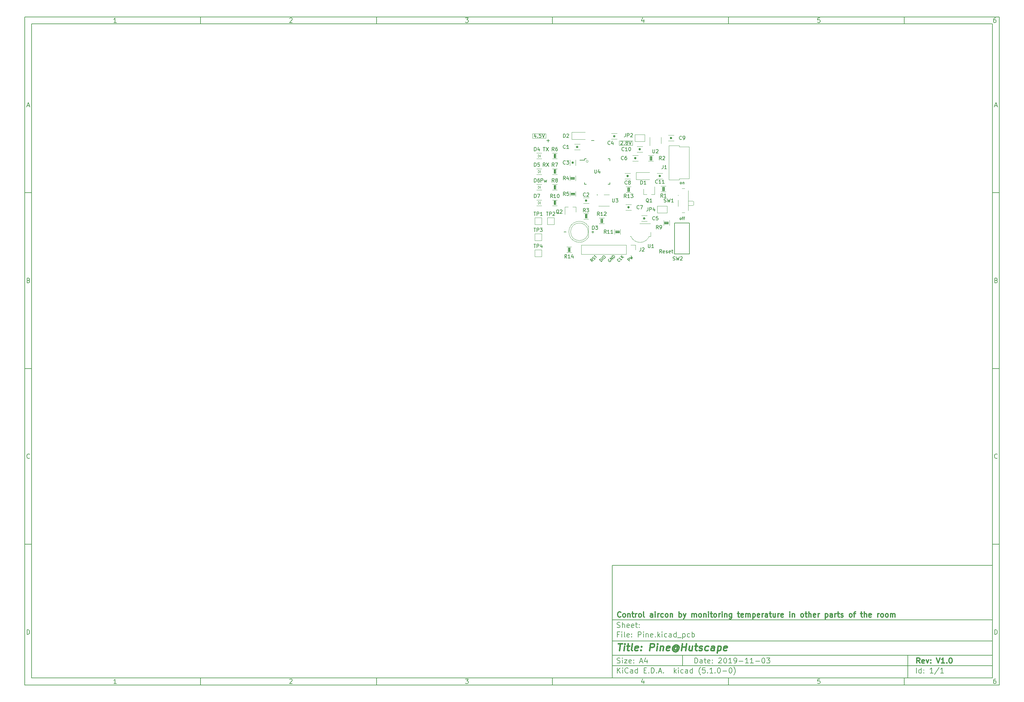
<source format=gbr>
G04 #@! TF.GenerationSoftware,KiCad,Pcbnew,(5.1.0-0)*
G04 #@! TF.CreationDate,2019-11-03T22:22:13+08:00*
G04 #@! TF.ProjectId,Pine,50696e65-2e6b-4696-9361-645f70636258,V1.0*
G04 #@! TF.SameCoordinates,Original*
G04 #@! TF.FileFunction,Legend,Top*
G04 #@! TF.FilePolarity,Positive*
%FSLAX46Y46*%
G04 Gerber Fmt 4.6, Leading zero omitted, Abs format (unit mm)*
G04 Created by KiCad (PCBNEW (5.1.0-0)) date 2019-11-03 22:22:13*
%MOMM*%
%LPD*%
G04 APERTURE LIST*
%ADD10C,0.100000*%
%ADD11C,0.150000*%
%ADD12C,0.300000*%
%ADD13C,0.400000*%
%ADD14C,0.120000*%
G04 APERTURE END LIST*
D10*
D11*
X177002200Y-166007200D02*
X177002200Y-198007200D01*
X285002200Y-198007200D01*
X285002200Y-166007200D01*
X177002200Y-166007200D01*
D10*
D11*
X10000000Y-10000000D02*
X10000000Y-200007200D01*
X287002200Y-200007200D01*
X287002200Y-10000000D01*
X10000000Y-10000000D01*
D10*
D11*
X12000000Y-12000000D02*
X12000000Y-198007200D01*
X285002200Y-198007200D01*
X285002200Y-12000000D01*
X12000000Y-12000000D01*
D10*
D11*
X60000000Y-12000000D02*
X60000000Y-10000000D01*
D10*
D11*
X110000000Y-12000000D02*
X110000000Y-10000000D01*
D10*
D11*
X160000000Y-12000000D02*
X160000000Y-10000000D01*
D10*
D11*
X210000000Y-12000000D02*
X210000000Y-10000000D01*
D10*
D11*
X260000000Y-12000000D02*
X260000000Y-10000000D01*
D10*
D11*
X36065476Y-11588095D02*
X35322619Y-11588095D01*
X35694047Y-11588095D02*
X35694047Y-10288095D01*
X35570238Y-10473809D01*
X35446428Y-10597619D01*
X35322619Y-10659523D01*
D10*
D11*
X85322619Y-10411904D02*
X85384523Y-10350000D01*
X85508333Y-10288095D01*
X85817857Y-10288095D01*
X85941666Y-10350000D01*
X86003571Y-10411904D01*
X86065476Y-10535714D01*
X86065476Y-10659523D01*
X86003571Y-10845238D01*
X85260714Y-11588095D01*
X86065476Y-11588095D01*
D10*
D11*
X135260714Y-10288095D02*
X136065476Y-10288095D01*
X135632142Y-10783333D01*
X135817857Y-10783333D01*
X135941666Y-10845238D01*
X136003571Y-10907142D01*
X136065476Y-11030952D01*
X136065476Y-11340476D01*
X136003571Y-11464285D01*
X135941666Y-11526190D01*
X135817857Y-11588095D01*
X135446428Y-11588095D01*
X135322619Y-11526190D01*
X135260714Y-11464285D01*
D10*
D11*
X185941666Y-10721428D02*
X185941666Y-11588095D01*
X185632142Y-10226190D02*
X185322619Y-11154761D01*
X186127380Y-11154761D01*
D10*
D11*
X236003571Y-10288095D02*
X235384523Y-10288095D01*
X235322619Y-10907142D01*
X235384523Y-10845238D01*
X235508333Y-10783333D01*
X235817857Y-10783333D01*
X235941666Y-10845238D01*
X236003571Y-10907142D01*
X236065476Y-11030952D01*
X236065476Y-11340476D01*
X236003571Y-11464285D01*
X235941666Y-11526190D01*
X235817857Y-11588095D01*
X235508333Y-11588095D01*
X235384523Y-11526190D01*
X235322619Y-11464285D01*
D10*
D11*
X285941666Y-10288095D02*
X285694047Y-10288095D01*
X285570238Y-10350000D01*
X285508333Y-10411904D01*
X285384523Y-10597619D01*
X285322619Y-10845238D01*
X285322619Y-11340476D01*
X285384523Y-11464285D01*
X285446428Y-11526190D01*
X285570238Y-11588095D01*
X285817857Y-11588095D01*
X285941666Y-11526190D01*
X286003571Y-11464285D01*
X286065476Y-11340476D01*
X286065476Y-11030952D01*
X286003571Y-10907142D01*
X285941666Y-10845238D01*
X285817857Y-10783333D01*
X285570238Y-10783333D01*
X285446428Y-10845238D01*
X285384523Y-10907142D01*
X285322619Y-11030952D01*
D10*
D11*
X60000000Y-198007200D02*
X60000000Y-200007200D01*
D10*
D11*
X110000000Y-198007200D02*
X110000000Y-200007200D01*
D10*
D11*
X160000000Y-198007200D02*
X160000000Y-200007200D01*
D10*
D11*
X210000000Y-198007200D02*
X210000000Y-200007200D01*
D10*
D11*
X260000000Y-198007200D02*
X260000000Y-200007200D01*
D10*
D11*
X36065476Y-199595295D02*
X35322619Y-199595295D01*
X35694047Y-199595295D02*
X35694047Y-198295295D01*
X35570238Y-198481009D01*
X35446428Y-198604819D01*
X35322619Y-198666723D01*
D10*
D11*
X85322619Y-198419104D02*
X85384523Y-198357200D01*
X85508333Y-198295295D01*
X85817857Y-198295295D01*
X85941666Y-198357200D01*
X86003571Y-198419104D01*
X86065476Y-198542914D01*
X86065476Y-198666723D01*
X86003571Y-198852438D01*
X85260714Y-199595295D01*
X86065476Y-199595295D01*
D10*
D11*
X135260714Y-198295295D02*
X136065476Y-198295295D01*
X135632142Y-198790533D01*
X135817857Y-198790533D01*
X135941666Y-198852438D01*
X136003571Y-198914342D01*
X136065476Y-199038152D01*
X136065476Y-199347676D01*
X136003571Y-199471485D01*
X135941666Y-199533390D01*
X135817857Y-199595295D01*
X135446428Y-199595295D01*
X135322619Y-199533390D01*
X135260714Y-199471485D01*
D10*
D11*
X185941666Y-198728628D02*
X185941666Y-199595295D01*
X185632142Y-198233390D02*
X185322619Y-199161961D01*
X186127380Y-199161961D01*
D10*
D11*
X236003571Y-198295295D02*
X235384523Y-198295295D01*
X235322619Y-198914342D01*
X235384523Y-198852438D01*
X235508333Y-198790533D01*
X235817857Y-198790533D01*
X235941666Y-198852438D01*
X236003571Y-198914342D01*
X236065476Y-199038152D01*
X236065476Y-199347676D01*
X236003571Y-199471485D01*
X235941666Y-199533390D01*
X235817857Y-199595295D01*
X235508333Y-199595295D01*
X235384523Y-199533390D01*
X235322619Y-199471485D01*
D10*
D11*
X285941666Y-198295295D02*
X285694047Y-198295295D01*
X285570238Y-198357200D01*
X285508333Y-198419104D01*
X285384523Y-198604819D01*
X285322619Y-198852438D01*
X285322619Y-199347676D01*
X285384523Y-199471485D01*
X285446428Y-199533390D01*
X285570238Y-199595295D01*
X285817857Y-199595295D01*
X285941666Y-199533390D01*
X286003571Y-199471485D01*
X286065476Y-199347676D01*
X286065476Y-199038152D01*
X286003571Y-198914342D01*
X285941666Y-198852438D01*
X285817857Y-198790533D01*
X285570238Y-198790533D01*
X285446428Y-198852438D01*
X285384523Y-198914342D01*
X285322619Y-199038152D01*
D10*
D11*
X10000000Y-60000000D02*
X12000000Y-60000000D01*
D10*
D11*
X10000000Y-110000000D02*
X12000000Y-110000000D01*
D10*
D11*
X10000000Y-160000000D02*
X12000000Y-160000000D01*
D10*
D11*
X10690476Y-35216666D02*
X11309523Y-35216666D01*
X10566666Y-35588095D02*
X11000000Y-34288095D01*
X11433333Y-35588095D01*
D10*
D11*
X11092857Y-84907142D02*
X11278571Y-84969047D01*
X11340476Y-85030952D01*
X11402380Y-85154761D01*
X11402380Y-85340476D01*
X11340476Y-85464285D01*
X11278571Y-85526190D01*
X11154761Y-85588095D01*
X10659523Y-85588095D01*
X10659523Y-84288095D01*
X11092857Y-84288095D01*
X11216666Y-84350000D01*
X11278571Y-84411904D01*
X11340476Y-84535714D01*
X11340476Y-84659523D01*
X11278571Y-84783333D01*
X11216666Y-84845238D01*
X11092857Y-84907142D01*
X10659523Y-84907142D01*
D10*
D11*
X11402380Y-135464285D02*
X11340476Y-135526190D01*
X11154761Y-135588095D01*
X11030952Y-135588095D01*
X10845238Y-135526190D01*
X10721428Y-135402380D01*
X10659523Y-135278571D01*
X10597619Y-135030952D01*
X10597619Y-134845238D01*
X10659523Y-134597619D01*
X10721428Y-134473809D01*
X10845238Y-134350000D01*
X11030952Y-134288095D01*
X11154761Y-134288095D01*
X11340476Y-134350000D01*
X11402380Y-134411904D01*
D10*
D11*
X10659523Y-185588095D02*
X10659523Y-184288095D01*
X10969047Y-184288095D01*
X11154761Y-184350000D01*
X11278571Y-184473809D01*
X11340476Y-184597619D01*
X11402380Y-184845238D01*
X11402380Y-185030952D01*
X11340476Y-185278571D01*
X11278571Y-185402380D01*
X11154761Y-185526190D01*
X10969047Y-185588095D01*
X10659523Y-185588095D01*
D10*
D11*
X287002200Y-60000000D02*
X285002200Y-60000000D01*
D10*
D11*
X287002200Y-110000000D02*
X285002200Y-110000000D01*
D10*
D11*
X287002200Y-160000000D02*
X285002200Y-160000000D01*
D10*
D11*
X285692676Y-35216666D02*
X286311723Y-35216666D01*
X285568866Y-35588095D02*
X286002200Y-34288095D01*
X286435533Y-35588095D01*
D10*
D11*
X286095057Y-84907142D02*
X286280771Y-84969047D01*
X286342676Y-85030952D01*
X286404580Y-85154761D01*
X286404580Y-85340476D01*
X286342676Y-85464285D01*
X286280771Y-85526190D01*
X286156961Y-85588095D01*
X285661723Y-85588095D01*
X285661723Y-84288095D01*
X286095057Y-84288095D01*
X286218866Y-84350000D01*
X286280771Y-84411904D01*
X286342676Y-84535714D01*
X286342676Y-84659523D01*
X286280771Y-84783333D01*
X286218866Y-84845238D01*
X286095057Y-84907142D01*
X285661723Y-84907142D01*
D10*
D11*
X286404580Y-135464285D02*
X286342676Y-135526190D01*
X286156961Y-135588095D01*
X286033152Y-135588095D01*
X285847438Y-135526190D01*
X285723628Y-135402380D01*
X285661723Y-135278571D01*
X285599819Y-135030952D01*
X285599819Y-134845238D01*
X285661723Y-134597619D01*
X285723628Y-134473809D01*
X285847438Y-134350000D01*
X286033152Y-134288095D01*
X286156961Y-134288095D01*
X286342676Y-134350000D01*
X286404580Y-134411904D01*
D10*
D11*
X285661723Y-185588095D02*
X285661723Y-184288095D01*
X285971247Y-184288095D01*
X286156961Y-184350000D01*
X286280771Y-184473809D01*
X286342676Y-184597619D01*
X286404580Y-184845238D01*
X286404580Y-185030952D01*
X286342676Y-185278571D01*
X286280771Y-185402380D01*
X286156961Y-185526190D01*
X285971247Y-185588095D01*
X285661723Y-185588095D01*
D10*
D11*
X200434342Y-193785771D02*
X200434342Y-192285771D01*
X200791485Y-192285771D01*
X201005771Y-192357200D01*
X201148628Y-192500057D01*
X201220057Y-192642914D01*
X201291485Y-192928628D01*
X201291485Y-193142914D01*
X201220057Y-193428628D01*
X201148628Y-193571485D01*
X201005771Y-193714342D01*
X200791485Y-193785771D01*
X200434342Y-193785771D01*
X202577200Y-193785771D02*
X202577200Y-193000057D01*
X202505771Y-192857200D01*
X202362914Y-192785771D01*
X202077200Y-192785771D01*
X201934342Y-192857200D01*
X202577200Y-193714342D02*
X202434342Y-193785771D01*
X202077200Y-193785771D01*
X201934342Y-193714342D01*
X201862914Y-193571485D01*
X201862914Y-193428628D01*
X201934342Y-193285771D01*
X202077200Y-193214342D01*
X202434342Y-193214342D01*
X202577200Y-193142914D01*
X203077200Y-192785771D02*
X203648628Y-192785771D01*
X203291485Y-192285771D02*
X203291485Y-193571485D01*
X203362914Y-193714342D01*
X203505771Y-193785771D01*
X203648628Y-193785771D01*
X204720057Y-193714342D02*
X204577200Y-193785771D01*
X204291485Y-193785771D01*
X204148628Y-193714342D01*
X204077200Y-193571485D01*
X204077200Y-193000057D01*
X204148628Y-192857200D01*
X204291485Y-192785771D01*
X204577200Y-192785771D01*
X204720057Y-192857200D01*
X204791485Y-193000057D01*
X204791485Y-193142914D01*
X204077200Y-193285771D01*
X205434342Y-193642914D02*
X205505771Y-193714342D01*
X205434342Y-193785771D01*
X205362914Y-193714342D01*
X205434342Y-193642914D01*
X205434342Y-193785771D01*
X205434342Y-192857200D02*
X205505771Y-192928628D01*
X205434342Y-193000057D01*
X205362914Y-192928628D01*
X205434342Y-192857200D01*
X205434342Y-193000057D01*
X207220057Y-192428628D02*
X207291485Y-192357200D01*
X207434342Y-192285771D01*
X207791485Y-192285771D01*
X207934342Y-192357200D01*
X208005771Y-192428628D01*
X208077200Y-192571485D01*
X208077200Y-192714342D01*
X208005771Y-192928628D01*
X207148628Y-193785771D01*
X208077200Y-193785771D01*
X209005771Y-192285771D02*
X209148628Y-192285771D01*
X209291485Y-192357200D01*
X209362914Y-192428628D01*
X209434342Y-192571485D01*
X209505771Y-192857200D01*
X209505771Y-193214342D01*
X209434342Y-193500057D01*
X209362914Y-193642914D01*
X209291485Y-193714342D01*
X209148628Y-193785771D01*
X209005771Y-193785771D01*
X208862914Y-193714342D01*
X208791485Y-193642914D01*
X208720057Y-193500057D01*
X208648628Y-193214342D01*
X208648628Y-192857200D01*
X208720057Y-192571485D01*
X208791485Y-192428628D01*
X208862914Y-192357200D01*
X209005771Y-192285771D01*
X210934342Y-193785771D02*
X210077200Y-193785771D01*
X210505771Y-193785771D02*
X210505771Y-192285771D01*
X210362914Y-192500057D01*
X210220057Y-192642914D01*
X210077200Y-192714342D01*
X211648628Y-193785771D02*
X211934342Y-193785771D01*
X212077200Y-193714342D01*
X212148628Y-193642914D01*
X212291485Y-193428628D01*
X212362914Y-193142914D01*
X212362914Y-192571485D01*
X212291485Y-192428628D01*
X212220057Y-192357200D01*
X212077200Y-192285771D01*
X211791485Y-192285771D01*
X211648628Y-192357200D01*
X211577200Y-192428628D01*
X211505771Y-192571485D01*
X211505771Y-192928628D01*
X211577200Y-193071485D01*
X211648628Y-193142914D01*
X211791485Y-193214342D01*
X212077200Y-193214342D01*
X212220057Y-193142914D01*
X212291485Y-193071485D01*
X212362914Y-192928628D01*
X213005771Y-193214342D02*
X214148628Y-193214342D01*
X215648628Y-193785771D02*
X214791485Y-193785771D01*
X215220057Y-193785771D02*
X215220057Y-192285771D01*
X215077200Y-192500057D01*
X214934342Y-192642914D01*
X214791485Y-192714342D01*
X217077200Y-193785771D02*
X216220057Y-193785771D01*
X216648628Y-193785771D02*
X216648628Y-192285771D01*
X216505771Y-192500057D01*
X216362914Y-192642914D01*
X216220057Y-192714342D01*
X217720057Y-193214342D02*
X218862914Y-193214342D01*
X219862914Y-192285771D02*
X220005771Y-192285771D01*
X220148628Y-192357200D01*
X220220057Y-192428628D01*
X220291485Y-192571485D01*
X220362914Y-192857200D01*
X220362914Y-193214342D01*
X220291485Y-193500057D01*
X220220057Y-193642914D01*
X220148628Y-193714342D01*
X220005771Y-193785771D01*
X219862914Y-193785771D01*
X219720057Y-193714342D01*
X219648628Y-193642914D01*
X219577200Y-193500057D01*
X219505771Y-193214342D01*
X219505771Y-192857200D01*
X219577200Y-192571485D01*
X219648628Y-192428628D01*
X219720057Y-192357200D01*
X219862914Y-192285771D01*
X220862914Y-192285771D02*
X221791485Y-192285771D01*
X221291485Y-192857200D01*
X221505771Y-192857200D01*
X221648628Y-192928628D01*
X221720057Y-193000057D01*
X221791485Y-193142914D01*
X221791485Y-193500057D01*
X221720057Y-193642914D01*
X221648628Y-193714342D01*
X221505771Y-193785771D01*
X221077200Y-193785771D01*
X220934342Y-193714342D01*
X220862914Y-193642914D01*
D10*
D11*
X177002200Y-194507200D02*
X285002200Y-194507200D01*
D10*
D11*
X178434342Y-196585771D02*
X178434342Y-195085771D01*
X179291485Y-196585771D02*
X178648628Y-195728628D01*
X179291485Y-195085771D02*
X178434342Y-195942914D01*
X179934342Y-196585771D02*
X179934342Y-195585771D01*
X179934342Y-195085771D02*
X179862914Y-195157200D01*
X179934342Y-195228628D01*
X180005771Y-195157200D01*
X179934342Y-195085771D01*
X179934342Y-195228628D01*
X181505771Y-196442914D02*
X181434342Y-196514342D01*
X181220057Y-196585771D01*
X181077200Y-196585771D01*
X180862914Y-196514342D01*
X180720057Y-196371485D01*
X180648628Y-196228628D01*
X180577200Y-195942914D01*
X180577200Y-195728628D01*
X180648628Y-195442914D01*
X180720057Y-195300057D01*
X180862914Y-195157200D01*
X181077200Y-195085771D01*
X181220057Y-195085771D01*
X181434342Y-195157200D01*
X181505771Y-195228628D01*
X182791485Y-196585771D02*
X182791485Y-195800057D01*
X182720057Y-195657200D01*
X182577200Y-195585771D01*
X182291485Y-195585771D01*
X182148628Y-195657200D01*
X182791485Y-196514342D02*
X182648628Y-196585771D01*
X182291485Y-196585771D01*
X182148628Y-196514342D01*
X182077200Y-196371485D01*
X182077200Y-196228628D01*
X182148628Y-196085771D01*
X182291485Y-196014342D01*
X182648628Y-196014342D01*
X182791485Y-195942914D01*
X184148628Y-196585771D02*
X184148628Y-195085771D01*
X184148628Y-196514342D02*
X184005771Y-196585771D01*
X183720057Y-196585771D01*
X183577200Y-196514342D01*
X183505771Y-196442914D01*
X183434342Y-196300057D01*
X183434342Y-195871485D01*
X183505771Y-195728628D01*
X183577200Y-195657200D01*
X183720057Y-195585771D01*
X184005771Y-195585771D01*
X184148628Y-195657200D01*
X186005771Y-195800057D02*
X186505771Y-195800057D01*
X186720057Y-196585771D02*
X186005771Y-196585771D01*
X186005771Y-195085771D01*
X186720057Y-195085771D01*
X187362914Y-196442914D02*
X187434342Y-196514342D01*
X187362914Y-196585771D01*
X187291485Y-196514342D01*
X187362914Y-196442914D01*
X187362914Y-196585771D01*
X188077200Y-196585771D02*
X188077200Y-195085771D01*
X188434342Y-195085771D01*
X188648628Y-195157200D01*
X188791485Y-195300057D01*
X188862914Y-195442914D01*
X188934342Y-195728628D01*
X188934342Y-195942914D01*
X188862914Y-196228628D01*
X188791485Y-196371485D01*
X188648628Y-196514342D01*
X188434342Y-196585771D01*
X188077200Y-196585771D01*
X189577200Y-196442914D02*
X189648628Y-196514342D01*
X189577200Y-196585771D01*
X189505771Y-196514342D01*
X189577200Y-196442914D01*
X189577200Y-196585771D01*
X190220057Y-196157200D02*
X190934342Y-196157200D01*
X190077200Y-196585771D02*
X190577200Y-195085771D01*
X191077200Y-196585771D01*
X191577200Y-196442914D02*
X191648628Y-196514342D01*
X191577200Y-196585771D01*
X191505771Y-196514342D01*
X191577200Y-196442914D01*
X191577200Y-196585771D01*
X194577200Y-196585771D02*
X194577200Y-195085771D01*
X194720057Y-196014342D02*
X195148628Y-196585771D01*
X195148628Y-195585771D02*
X194577200Y-196157200D01*
X195791485Y-196585771D02*
X195791485Y-195585771D01*
X195791485Y-195085771D02*
X195720057Y-195157200D01*
X195791485Y-195228628D01*
X195862914Y-195157200D01*
X195791485Y-195085771D01*
X195791485Y-195228628D01*
X197148628Y-196514342D02*
X197005771Y-196585771D01*
X196720057Y-196585771D01*
X196577200Y-196514342D01*
X196505771Y-196442914D01*
X196434342Y-196300057D01*
X196434342Y-195871485D01*
X196505771Y-195728628D01*
X196577200Y-195657200D01*
X196720057Y-195585771D01*
X197005771Y-195585771D01*
X197148628Y-195657200D01*
X198434342Y-196585771D02*
X198434342Y-195800057D01*
X198362914Y-195657200D01*
X198220057Y-195585771D01*
X197934342Y-195585771D01*
X197791485Y-195657200D01*
X198434342Y-196514342D02*
X198291485Y-196585771D01*
X197934342Y-196585771D01*
X197791485Y-196514342D01*
X197720057Y-196371485D01*
X197720057Y-196228628D01*
X197791485Y-196085771D01*
X197934342Y-196014342D01*
X198291485Y-196014342D01*
X198434342Y-195942914D01*
X199791485Y-196585771D02*
X199791485Y-195085771D01*
X199791485Y-196514342D02*
X199648628Y-196585771D01*
X199362914Y-196585771D01*
X199220057Y-196514342D01*
X199148628Y-196442914D01*
X199077200Y-196300057D01*
X199077200Y-195871485D01*
X199148628Y-195728628D01*
X199220057Y-195657200D01*
X199362914Y-195585771D01*
X199648628Y-195585771D01*
X199791485Y-195657200D01*
X202077200Y-197157200D02*
X202005771Y-197085771D01*
X201862914Y-196871485D01*
X201791485Y-196728628D01*
X201720057Y-196514342D01*
X201648628Y-196157200D01*
X201648628Y-195871485D01*
X201720057Y-195514342D01*
X201791485Y-195300057D01*
X201862914Y-195157200D01*
X202005771Y-194942914D01*
X202077200Y-194871485D01*
X203362914Y-195085771D02*
X202648628Y-195085771D01*
X202577200Y-195800057D01*
X202648628Y-195728628D01*
X202791485Y-195657200D01*
X203148628Y-195657200D01*
X203291485Y-195728628D01*
X203362914Y-195800057D01*
X203434342Y-195942914D01*
X203434342Y-196300057D01*
X203362914Y-196442914D01*
X203291485Y-196514342D01*
X203148628Y-196585771D01*
X202791485Y-196585771D01*
X202648628Y-196514342D01*
X202577200Y-196442914D01*
X204077200Y-196442914D02*
X204148628Y-196514342D01*
X204077200Y-196585771D01*
X204005771Y-196514342D01*
X204077200Y-196442914D01*
X204077200Y-196585771D01*
X205577200Y-196585771D02*
X204720057Y-196585771D01*
X205148628Y-196585771D02*
X205148628Y-195085771D01*
X205005771Y-195300057D01*
X204862914Y-195442914D01*
X204720057Y-195514342D01*
X206220057Y-196442914D02*
X206291485Y-196514342D01*
X206220057Y-196585771D01*
X206148628Y-196514342D01*
X206220057Y-196442914D01*
X206220057Y-196585771D01*
X207220057Y-195085771D02*
X207362914Y-195085771D01*
X207505771Y-195157200D01*
X207577200Y-195228628D01*
X207648628Y-195371485D01*
X207720057Y-195657200D01*
X207720057Y-196014342D01*
X207648628Y-196300057D01*
X207577200Y-196442914D01*
X207505771Y-196514342D01*
X207362914Y-196585771D01*
X207220057Y-196585771D01*
X207077200Y-196514342D01*
X207005771Y-196442914D01*
X206934342Y-196300057D01*
X206862914Y-196014342D01*
X206862914Y-195657200D01*
X206934342Y-195371485D01*
X207005771Y-195228628D01*
X207077200Y-195157200D01*
X207220057Y-195085771D01*
X208362914Y-196014342D02*
X209505771Y-196014342D01*
X210505771Y-195085771D02*
X210648628Y-195085771D01*
X210791485Y-195157200D01*
X210862914Y-195228628D01*
X210934342Y-195371485D01*
X211005771Y-195657200D01*
X211005771Y-196014342D01*
X210934342Y-196300057D01*
X210862914Y-196442914D01*
X210791485Y-196514342D01*
X210648628Y-196585771D01*
X210505771Y-196585771D01*
X210362914Y-196514342D01*
X210291485Y-196442914D01*
X210220057Y-196300057D01*
X210148628Y-196014342D01*
X210148628Y-195657200D01*
X210220057Y-195371485D01*
X210291485Y-195228628D01*
X210362914Y-195157200D01*
X210505771Y-195085771D01*
X211505771Y-197157200D02*
X211577200Y-197085771D01*
X211720057Y-196871485D01*
X211791485Y-196728628D01*
X211862914Y-196514342D01*
X211934342Y-196157200D01*
X211934342Y-195871485D01*
X211862914Y-195514342D01*
X211791485Y-195300057D01*
X211720057Y-195157200D01*
X211577200Y-194942914D01*
X211505771Y-194871485D01*
D10*
D11*
X177002200Y-191507200D02*
X285002200Y-191507200D01*
D10*
D12*
X264411485Y-193785771D02*
X263911485Y-193071485D01*
X263554342Y-193785771D02*
X263554342Y-192285771D01*
X264125771Y-192285771D01*
X264268628Y-192357200D01*
X264340057Y-192428628D01*
X264411485Y-192571485D01*
X264411485Y-192785771D01*
X264340057Y-192928628D01*
X264268628Y-193000057D01*
X264125771Y-193071485D01*
X263554342Y-193071485D01*
X265625771Y-193714342D02*
X265482914Y-193785771D01*
X265197200Y-193785771D01*
X265054342Y-193714342D01*
X264982914Y-193571485D01*
X264982914Y-193000057D01*
X265054342Y-192857200D01*
X265197200Y-192785771D01*
X265482914Y-192785771D01*
X265625771Y-192857200D01*
X265697200Y-193000057D01*
X265697200Y-193142914D01*
X264982914Y-193285771D01*
X266197200Y-192785771D02*
X266554342Y-193785771D01*
X266911485Y-192785771D01*
X267482914Y-193642914D02*
X267554342Y-193714342D01*
X267482914Y-193785771D01*
X267411485Y-193714342D01*
X267482914Y-193642914D01*
X267482914Y-193785771D01*
X267482914Y-192857200D02*
X267554342Y-192928628D01*
X267482914Y-193000057D01*
X267411485Y-192928628D01*
X267482914Y-192857200D01*
X267482914Y-193000057D01*
X269125771Y-192285771D02*
X269625771Y-193785771D01*
X270125771Y-192285771D01*
X271411485Y-193785771D02*
X270554342Y-193785771D01*
X270982914Y-193785771D02*
X270982914Y-192285771D01*
X270840057Y-192500057D01*
X270697200Y-192642914D01*
X270554342Y-192714342D01*
X272054342Y-193642914D02*
X272125771Y-193714342D01*
X272054342Y-193785771D01*
X271982914Y-193714342D01*
X272054342Y-193642914D01*
X272054342Y-193785771D01*
X273054342Y-192285771D02*
X273197200Y-192285771D01*
X273340057Y-192357200D01*
X273411485Y-192428628D01*
X273482914Y-192571485D01*
X273554342Y-192857200D01*
X273554342Y-193214342D01*
X273482914Y-193500057D01*
X273411485Y-193642914D01*
X273340057Y-193714342D01*
X273197200Y-193785771D01*
X273054342Y-193785771D01*
X272911485Y-193714342D01*
X272840057Y-193642914D01*
X272768628Y-193500057D01*
X272697200Y-193214342D01*
X272697200Y-192857200D01*
X272768628Y-192571485D01*
X272840057Y-192428628D01*
X272911485Y-192357200D01*
X273054342Y-192285771D01*
D10*
D11*
X178362914Y-193714342D02*
X178577200Y-193785771D01*
X178934342Y-193785771D01*
X179077200Y-193714342D01*
X179148628Y-193642914D01*
X179220057Y-193500057D01*
X179220057Y-193357200D01*
X179148628Y-193214342D01*
X179077200Y-193142914D01*
X178934342Y-193071485D01*
X178648628Y-193000057D01*
X178505771Y-192928628D01*
X178434342Y-192857200D01*
X178362914Y-192714342D01*
X178362914Y-192571485D01*
X178434342Y-192428628D01*
X178505771Y-192357200D01*
X178648628Y-192285771D01*
X179005771Y-192285771D01*
X179220057Y-192357200D01*
X179862914Y-193785771D02*
X179862914Y-192785771D01*
X179862914Y-192285771D02*
X179791485Y-192357200D01*
X179862914Y-192428628D01*
X179934342Y-192357200D01*
X179862914Y-192285771D01*
X179862914Y-192428628D01*
X180434342Y-192785771D02*
X181220057Y-192785771D01*
X180434342Y-193785771D01*
X181220057Y-193785771D01*
X182362914Y-193714342D02*
X182220057Y-193785771D01*
X181934342Y-193785771D01*
X181791485Y-193714342D01*
X181720057Y-193571485D01*
X181720057Y-193000057D01*
X181791485Y-192857200D01*
X181934342Y-192785771D01*
X182220057Y-192785771D01*
X182362914Y-192857200D01*
X182434342Y-193000057D01*
X182434342Y-193142914D01*
X181720057Y-193285771D01*
X183077200Y-193642914D02*
X183148628Y-193714342D01*
X183077200Y-193785771D01*
X183005771Y-193714342D01*
X183077200Y-193642914D01*
X183077200Y-193785771D01*
X183077200Y-192857200D02*
X183148628Y-192928628D01*
X183077200Y-193000057D01*
X183005771Y-192928628D01*
X183077200Y-192857200D01*
X183077200Y-193000057D01*
X184862914Y-193357200D02*
X185577200Y-193357200D01*
X184720057Y-193785771D02*
X185220057Y-192285771D01*
X185720057Y-193785771D01*
X186862914Y-192785771D02*
X186862914Y-193785771D01*
X186505771Y-192214342D02*
X186148628Y-193285771D01*
X187077200Y-193285771D01*
D10*
D11*
X263434342Y-196585771D02*
X263434342Y-195085771D01*
X264791485Y-196585771D02*
X264791485Y-195085771D01*
X264791485Y-196514342D02*
X264648628Y-196585771D01*
X264362914Y-196585771D01*
X264220057Y-196514342D01*
X264148628Y-196442914D01*
X264077200Y-196300057D01*
X264077200Y-195871485D01*
X264148628Y-195728628D01*
X264220057Y-195657200D01*
X264362914Y-195585771D01*
X264648628Y-195585771D01*
X264791485Y-195657200D01*
X265505771Y-196442914D02*
X265577200Y-196514342D01*
X265505771Y-196585771D01*
X265434342Y-196514342D01*
X265505771Y-196442914D01*
X265505771Y-196585771D01*
X265505771Y-195657200D02*
X265577200Y-195728628D01*
X265505771Y-195800057D01*
X265434342Y-195728628D01*
X265505771Y-195657200D01*
X265505771Y-195800057D01*
X268148628Y-196585771D02*
X267291485Y-196585771D01*
X267720057Y-196585771D02*
X267720057Y-195085771D01*
X267577200Y-195300057D01*
X267434342Y-195442914D01*
X267291485Y-195514342D01*
X269862914Y-195014342D02*
X268577200Y-196942914D01*
X271148628Y-196585771D02*
X270291485Y-196585771D01*
X270720057Y-196585771D02*
X270720057Y-195085771D01*
X270577200Y-195300057D01*
X270434342Y-195442914D01*
X270291485Y-195514342D01*
D10*
D11*
X177002200Y-187507200D02*
X285002200Y-187507200D01*
D10*
D13*
X178714580Y-188211961D02*
X179857438Y-188211961D01*
X179036009Y-190211961D02*
X179286009Y-188211961D01*
X180274104Y-190211961D02*
X180440771Y-188878628D01*
X180524104Y-188211961D02*
X180416961Y-188307200D01*
X180500295Y-188402438D01*
X180607438Y-188307200D01*
X180524104Y-188211961D01*
X180500295Y-188402438D01*
X181107438Y-188878628D02*
X181869342Y-188878628D01*
X181476485Y-188211961D02*
X181262200Y-189926247D01*
X181333628Y-190116723D01*
X181512200Y-190211961D01*
X181702676Y-190211961D01*
X182655057Y-190211961D02*
X182476485Y-190116723D01*
X182405057Y-189926247D01*
X182619342Y-188211961D01*
X184190771Y-190116723D02*
X183988390Y-190211961D01*
X183607438Y-190211961D01*
X183428866Y-190116723D01*
X183357438Y-189926247D01*
X183452676Y-189164342D01*
X183571723Y-188973866D01*
X183774104Y-188878628D01*
X184155057Y-188878628D01*
X184333628Y-188973866D01*
X184405057Y-189164342D01*
X184381247Y-189354819D01*
X183405057Y-189545295D01*
X185155057Y-190021485D02*
X185238390Y-190116723D01*
X185131247Y-190211961D01*
X185047914Y-190116723D01*
X185155057Y-190021485D01*
X185131247Y-190211961D01*
X185286009Y-188973866D02*
X185369342Y-189069104D01*
X185262200Y-189164342D01*
X185178866Y-189069104D01*
X185286009Y-188973866D01*
X185262200Y-189164342D01*
X187607438Y-190211961D02*
X187857438Y-188211961D01*
X188619342Y-188211961D01*
X188797914Y-188307200D01*
X188881247Y-188402438D01*
X188952676Y-188592914D01*
X188916961Y-188878628D01*
X188797914Y-189069104D01*
X188690771Y-189164342D01*
X188488390Y-189259580D01*
X187726485Y-189259580D01*
X189607438Y-190211961D02*
X189774104Y-188878628D01*
X189857438Y-188211961D02*
X189750295Y-188307200D01*
X189833628Y-188402438D01*
X189940771Y-188307200D01*
X189857438Y-188211961D01*
X189833628Y-188402438D01*
X190726485Y-188878628D02*
X190559819Y-190211961D01*
X190702676Y-189069104D02*
X190809819Y-188973866D01*
X191012200Y-188878628D01*
X191297914Y-188878628D01*
X191476485Y-188973866D01*
X191547914Y-189164342D01*
X191416961Y-190211961D01*
X193143152Y-190116723D02*
X192940771Y-190211961D01*
X192559819Y-190211961D01*
X192381247Y-190116723D01*
X192309819Y-189926247D01*
X192405057Y-189164342D01*
X192524104Y-188973866D01*
X192726485Y-188878628D01*
X193107438Y-188878628D01*
X193286009Y-188973866D01*
X193357438Y-189164342D01*
X193333628Y-189354819D01*
X192357438Y-189545295D01*
X195440771Y-189259580D02*
X195357438Y-189164342D01*
X195178866Y-189069104D01*
X194988390Y-189069104D01*
X194786009Y-189164342D01*
X194678866Y-189259580D01*
X194559819Y-189450057D01*
X194536009Y-189640533D01*
X194607438Y-189831009D01*
X194690771Y-189926247D01*
X194869342Y-190021485D01*
X195059819Y-190021485D01*
X195262200Y-189926247D01*
X195369342Y-189831009D01*
X195464580Y-189069104D02*
X195369342Y-189831009D01*
X195452676Y-189926247D01*
X195547914Y-189926247D01*
X195750295Y-189831009D01*
X195869342Y-189640533D01*
X195928866Y-189164342D01*
X195774104Y-188878628D01*
X195512200Y-188688152D01*
X195143152Y-188592914D01*
X194750295Y-188688152D01*
X194440771Y-188878628D01*
X194214580Y-189164342D01*
X194071723Y-189545295D01*
X194119342Y-189926247D01*
X194274104Y-190211961D01*
X194536009Y-190402438D01*
X194905057Y-190497676D01*
X195297914Y-190402438D01*
X195607438Y-190211961D01*
X196655057Y-190211961D02*
X196905057Y-188211961D01*
X196786009Y-189164342D02*
X197928866Y-189164342D01*
X197797914Y-190211961D02*
X198047914Y-188211961D01*
X199774104Y-188878628D02*
X199607438Y-190211961D01*
X198916961Y-188878628D02*
X198786009Y-189926247D01*
X198857438Y-190116723D01*
X199036009Y-190211961D01*
X199321723Y-190211961D01*
X199524104Y-190116723D01*
X199631247Y-190021485D01*
X200440771Y-188878628D02*
X201202676Y-188878628D01*
X200809819Y-188211961D02*
X200595533Y-189926247D01*
X200666961Y-190116723D01*
X200845533Y-190211961D01*
X201036009Y-190211961D01*
X201619342Y-190116723D02*
X201797914Y-190211961D01*
X202178866Y-190211961D01*
X202381247Y-190116723D01*
X202500295Y-189926247D01*
X202512200Y-189831009D01*
X202440771Y-189640533D01*
X202262200Y-189545295D01*
X201976485Y-189545295D01*
X201797914Y-189450057D01*
X201726485Y-189259580D01*
X201738390Y-189164342D01*
X201857438Y-188973866D01*
X202059819Y-188878628D01*
X202345533Y-188878628D01*
X202524104Y-188973866D01*
X204190771Y-190116723D02*
X203988390Y-190211961D01*
X203607438Y-190211961D01*
X203428866Y-190116723D01*
X203345533Y-190021485D01*
X203274104Y-189831009D01*
X203345533Y-189259580D01*
X203464580Y-189069104D01*
X203571723Y-188973866D01*
X203774104Y-188878628D01*
X204155057Y-188878628D01*
X204333628Y-188973866D01*
X205893152Y-190211961D02*
X206024104Y-189164342D01*
X205952676Y-188973866D01*
X205774104Y-188878628D01*
X205393152Y-188878628D01*
X205190771Y-188973866D01*
X205905057Y-190116723D02*
X205702676Y-190211961D01*
X205226485Y-190211961D01*
X205047914Y-190116723D01*
X204976485Y-189926247D01*
X205000295Y-189735771D01*
X205119342Y-189545295D01*
X205321723Y-189450057D01*
X205797914Y-189450057D01*
X206000295Y-189354819D01*
X207012200Y-188878628D02*
X206762200Y-190878628D01*
X207000295Y-188973866D02*
X207202676Y-188878628D01*
X207583628Y-188878628D01*
X207762200Y-188973866D01*
X207845533Y-189069104D01*
X207916961Y-189259580D01*
X207845533Y-189831009D01*
X207726485Y-190021485D01*
X207619342Y-190116723D01*
X207416961Y-190211961D01*
X207036009Y-190211961D01*
X206857438Y-190116723D01*
X209428866Y-190116723D02*
X209226485Y-190211961D01*
X208845533Y-190211961D01*
X208666961Y-190116723D01*
X208595533Y-189926247D01*
X208690771Y-189164342D01*
X208809819Y-188973866D01*
X209012200Y-188878628D01*
X209393152Y-188878628D01*
X209571723Y-188973866D01*
X209643152Y-189164342D01*
X209619342Y-189354819D01*
X208643152Y-189545295D01*
D10*
D11*
X178934342Y-185600057D02*
X178434342Y-185600057D01*
X178434342Y-186385771D02*
X178434342Y-184885771D01*
X179148628Y-184885771D01*
X179720057Y-186385771D02*
X179720057Y-185385771D01*
X179720057Y-184885771D02*
X179648628Y-184957200D01*
X179720057Y-185028628D01*
X179791485Y-184957200D01*
X179720057Y-184885771D01*
X179720057Y-185028628D01*
X180648628Y-186385771D02*
X180505771Y-186314342D01*
X180434342Y-186171485D01*
X180434342Y-184885771D01*
X181791485Y-186314342D02*
X181648628Y-186385771D01*
X181362914Y-186385771D01*
X181220057Y-186314342D01*
X181148628Y-186171485D01*
X181148628Y-185600057D01*
X181220057Y-185457200D01*
X181362914Y-185385771D01*
X181648628Y-185385771D01*
X181791485Y-185457200D01*
X181862914Y-185600057D01*
X181862914Y-185742914D01*
X181148628Y-185885771D01*
X182505771Y-186242914D02*
X182577200Y-186314342D01*
X182505771Y-186385771D01*
X182434342Y-186314342D01*
X182505771Y-186242914D01*
X182505771Y-186385771D01*
X182505771Y-185457200D02*
X182577200Y-185528628D01*
X182505771Y-185600057D01*
X182434342Y-185528628D01*
X182505771Y-185457200D01*
X182505771Y-185600057D01*
X184362914Y-186385771D02*
X184362914Y-184885771D01*
X184934342Y-184885771D01*
X185077200Y-184957200D01*
X185148628Y-185028628D01*
X185220057Y-185171485D01*
X185220057Y-185385771D01*
X185148628Y-185528628D01*
X185077200Y-185600057D01*
X184934342Y-185671485D01*
X184362914Y-185671485D01*
X185862914Y-186385771D02*
X185862914Y-185385771D01*
X185862914Y-184885771D02*
X185791485Y-184957200D01*
X185862914Y-185028628D01*
X185934342Y-184957200D01*
X185862914Y-184885771D01*
X185862914Y-185028628D01*
X186577200Y-185385771D02*
X186577200Y-186385771D01*
X186577200Y-185528628D02*
X186648628Y-185457200D01*
X186791485Y-185385771D01*
X187005771Y-185385771D01*
X187148628Y-185457200D01*
X187220057Y-185600057D01*
X187220057Y-186385771D01*
X188505771Y-186314342D02*
X188362914Y-186385771D01*
X188077200Y-186385771D01*
X187934342Y-186314342D01*
X187862914Y-186171485D01*
X187862914Y-185600057D01*
X187934342Y-185457200D01*
X188077200Y-185385771D01*
X188362914Y-185385771D01*
X188505771Y-185457200D01*
X188577200Y-185600057D01*
X188577200Y-185742914D01*
X187862914Y-185885771D01*
X189220057Y-186242914D02*
X189291485Y-186314342D01*
X189220057Y-186385771D01*
X189148628Y-186314342D01*
X189220057Y-186242914D01*
X189220057Y-186385771D01*
X189934342Y-186385771D02*
X189934342Y-184885771D01*
X190077200Y-185814342D02*
X190505771Y-186385771D01*
X190505771Y-185385771D02*
X189934342Y-185957200D01*
X191148628Y-186385771D02*
X191148628Y-185385771D01*
X191148628Y-184885771D02*
X191077200Y-184957200D01*
X191148628Y-185028628D01*
X191220057Y-184957200D01*
X191148628Y-184885771D01*
X191148628Y-185028628D01*
X192505771Y-186314342D02*
X192362914Y-186385771D01*
X192077200Y-186385771D01*
X191934342Y-186314342D01*
X191862914Y-186242914D01*
X191791485Y-186100057D01*
X191791485Y-185671485D01*
X191862914Y-185528628D01*
X191934342Y-185457200D01*
X192077200Y-185385771D01*
X192362914Y-185385771D01*
X192505771Y-185457200D01*
X193791485Y-186385771D02*
X193791485Y-185600057D01*
X193720057Y-185457200D01*
X193577200Y-185385771D01*
X193291485Y-185385771D01*
X193148628Y-185457200D01*
X193791485Y-186314342D02*
X193648628Y-186385771D01*
X193291485Y-186385771D01*
X193148628Y-186314342D01*
X193077200Y-186171485D01*
X193077200Y-186028628D01*
X193148628Y-185885771D01*
X193291485Y-185814342D01*
X193648628Y-185814342D01*
X193791485Y-185742914D01*
X195148628Y-186385771D02*
X195148628Y-184885771D01*
X195148628Y-186314342D02*
X195005771Y-186385771D01*
X194720057Y-186385771D01*
X194577200Y-186314342D01*
X194505771Y-186242914D01*
X194434342Y-186100057D01*
X194434342Y-185671485D01*
X194505771Y-185528628D01*
X194577200Y-185457200D01*
X194720057Y-185385771D01*
X195005771Y-185385771D01*
X195148628Y-185457200D01*
X195505771Y-186528628D02*
X196648628Y-186528628D01*
X197005771Y-185385771D02*
X197005771Y-186885771D01*
X197005771Y-185457200D02*
X197148628Y-185385771D01*
X197434342Y-185385771D01*
X197577200Y-185457200D01*
X197648628Y-185528628D01*
X197720057Y-185671485D01*
X197720057Y-186100057D01*
X197648628Y-186242914D01*
X197577200Y-186314342D01*
X197434342Y-186385771D01*
X197148628Y-186385771D01*
X197005771Y-186314342D01*
X199005771Y-186314342D02*
X198862914Y-186385771D01*
X198577200Y-186385771D01*
X198434342Y-186314342D01*
X198362914Y-186242914D01*
X198291485Y-186100057D01*
X198291485Y-185671485D01*
X198362914Y-185528628D01*
X198434342Y-185457200D01*
X198577200Y-185385771D01*
X198862914Y-185385771D01*
X199005771Y-185457200D01*
X199648628Y-186385771D02*
X199648628Y-184885771D01*
X199648628Y-185457200D02*
X199791485Y-185385771D01*
X200077200Y-185385771D01*
X200220057Y-185457200D01*
X200291485Y-185528628D01*
X200362914Y-185671485D01*
X200362914Y-186100057D01*
X200291485Y-186242914D01*
X200220057Y-186314342D01*
X200077200Y-186385771D01*
X199791485Y-186385771D01*
X199648628Y-186314342D01*
D10*
D11*
X177002200Y-181507200D02*
X285002200Y-181507200D01*
D10*
D11*
X178362914Y-183614342D02*
X178577200Y-183685771D01*
X178934342Y-183685771D01*
X179077200Y-183614342D01*
X179148628Y-183542914D01*
X179220057Y-183400057D01*
X179220057Y-183257200D01*
X179148628Y-183114342D01*
X179077200Y-183042914D01*
X178934342Y-182971485D01*
X178648628Y-182900057D01*
X178505771Y-182828628D01*
X178434342Y-182757200D01*
X178362914Y-182614342D01*
X178362914Y-182471485D01*
X178434342Y-182328628D01*
X178505771Y-182257200D01*
X178648628Y-182185771D01*
X179005771Y-182185771D01*
X179220057Y-182257200D01*
X179862914Y-183685771D02*
X179862914Y-182185771D01*
X180505771Y-183685771D02*
X180505771Y-182900057D01*
X180434342Y-182757200D01*
X180291485Y-182685771D01*
X180077200Y-182685771D01*
X179934342Y-182757200D01*
X179862914Y-182828628D01*
X181791485Y-183614342D02*
X181648628Y-183685771D01*
X181362914Y-183685771D01*
X181220057Y-183614342D01*
X181148628Y-183471485D01*
X181148628Y-182900057D01*
X181220057Y-182757200D01*
X181362914Y-182685771D01*
X181648628Y-182685771D01*
X181791485Y-182757200D01*
X181862914Y-182900057D01*
X181862914Y-183042914D01*
X181148628Y-183185771D01*
X183077200Y-183614342D02*
X182934342Y-183685771D01*
X182648628Y-183685771D01*
X182505771Y-183614342D01*
X182434342Y-183471485D01*
X182434342Y-182900057D01*
X182505771Y-182757200D01*
X182648628Y-182685771D01*
X182934342Y-182685771D01*
X183077200Y-182757200D01*
X183148628Y-182900057D01*
X183148628Y-183042914D01*
X182434342Y-183185771D01*
X183577200Y-182685771D02*
X184148628Y-182685771D01*
X183791485Y-182185771D02*
X183791485Y-183471485D01*
X183862914Y-183614342D01*
X184005771Y-183685771D01*
X184148628Y-183685771D01*
X184648628Y-183542914D02*
X184720057Y-183614342D01*
X184648628Y-183685771D01*
X184577200Y-183614342D01*
X184648628Y-183542914D01*
X184648628Y-183685771D01*
X184648628Y-182757200D02*
X184720057Y-182828628D01*
X184648628Y-182900057D01*
X184577200Y-182828628D01*
X184648628Y-182757200D01*
X184648628Y-182900057D01*
D10*
D12*
X179411485Y-180542914D02*
X179340057Y-180614342D01*
X179125771Y-180685771D01*
X178982914Y-180685771D01*
X178768628Y-180614342D01*
X178625771Y-180471485D01*
X178554342Y-180328628D01*
X178482914Y-180042914D01*
X178482914Y-179828628D01*
X178554342Y-179542914D01*
X178625771Y-179400057D01*
X178768628Y-179257200D01*
X178982914Y-179185771D01*
X179125771Y-179185771D01*
X179340057Y-179257200D01*
X179411485Y-179328628D01*
X180268628Y-180685771D02*
X180125771Y-180614342D01*
X180054342Y-180542914D01*
X179982914Y-180400057D01*
X179982914Y-179971485D01*
X180054342Y-179828628D01*
X180125771Y-179757200D01*
X180268628Y-179685771D01*
X180482914Y-179685771D01*
X180625771Y-179757200D01*
X180697200Y-179828628D01*
X180768628Y-179971485D01*
X180768628Y-180400057D01*
X180697200Y-180542914D01*
X180625771Y-180614342D01*
X180482914Y-180685771D01*
X180268628Y-180685771D01*
X181411485Y-179685771D02*
X181411485Y-180685771D01*
X181411485Y-179828628D02*
X181482914Y-179757200D01*
X181625771Y-179685771D01*
X181840057Y-179685771D01*
X181982914Y-179757200D01*
X182054342Y-179900057D01*
X182054342Y-180685771D01*
X182554342Y-179685771D02*
X183125771Y-179685771D01*
X182768628Y-179185771D02*
X182768628Y-180471485D01*
X182840057Y-180614342D01*
X182982914Y-180685771D01*
X183125771Y-180685771D01*
X183625771Y-180685771D02*
X183625771Y-179685771D01*
X183625771Y-179971485D02*
X183697200Y-179828628D01*
X183768628Y-179757200D01*
X183911485Y-179685771D01*
X184054342Y-179685771D01*
X184768628Y-180685771D02*
X184625771Y-180614342D01*
X184554342Y-180542914D01*
X184482914Y-180400057D01*
X184482914Y-179971485D01*
X184554342Y-179828628D01*
X184625771Y-179757200D01*
X184768628Y-179685771D01*
X184982914Y-179685771D01*
X185125771Y-179757200D01*
X185197200Y-179828628D01*
X185268628Y-179971485D01*
X185268628Y-180400057D01*
X185197200Y-180542914D01*
X185125771Y-180614342D01*
X184982914Y-180685771D01*
X184768628Y-180685771D01*
X186125771Y-180685771D02*
X185982914Y-180614342D01*
X185911485Y-180471485D01*
X185911485Y-179185771D01*
X188482914Y-180685771D02*
X188482914Y-179900057D01*
X188411485Y-179757200D01*
X188268628Y-179685771D01*
X187982914Y-179685771D01*
X187840057Y-179757200D01*
X188482914Y-180614342D02*
X188340057Y-180685771D01*
X187982914Y-180685771D01*
X187840057Y-180614342D01*
X187768628Y-180471485D01*
X187768628Y-180328628D01*
X187840057Y-180185771D01*
X187982914Y-180114342D01*
X188340057Y-180114342D01*
X188482914Y-180042914D01*
X189197200Y-180685771D02*
X189197200Y-179685771D01*
X189197200Y-179185771D02*
X189125771Y-179257200D01*
X189197200Y-179328628D01*
X189268628Y-179257200D01*
X189197200Y-179185771D01*
X189197200Y-179328628D01*
X189911485Y-180685771D02*
X189911485Y-179685771D01*
X189911485Y-179971485D02*
X189982914Y-179828628D01*
X190054342Y-179757200D01*
X190197200Y-179685771D01*
X190340057Y-179685771D01*
X191482914Y-180614342D02*
X191340057Y-180685771D01*
X191054342Y-180685771D01*
X190911485Y-180614342D01*
X190840057Y-180542914D01*
X190768628Y-180400057D01*
X190768628Y-179971485D01*
X190840057Y-179828628D01*
X190911485Y-179757200D01*
X191054342Y-179685771D01*
X191340057Y-179685771D01*
X191482914Y-179757200D01*
X192340057Y-180685771D02*
X192197200Y-180614342D01*
X192125771Y-180542914D01*
X192054342Y-180400057D01*
X192054342Y-179971485D01*
X192125771Y-179828628D01*
X192197200Y-179757200D01*
X192340057Y-179685771D01*
X192554342Y-179685771D01*
X192697200Y-179757200D01*
X192768628Y-179828628D01*
X192840057Y-179971485D01*
X192840057Y-180400057D01*
X192768628Y-180542914D01*
X192697200Y-180614342D01*
X192554342Y-180685771D01*
X192340057Y-180685771D01*
X193482914Y-179685771D02*
X193482914Y-180685771D01*
X193482914Y-179828628D02*
X193554342Y-179757200D01*
X193697200Y-179685771D01*
X193911485Y-179685771D01*
X194054342Y-179757200D01*
X194125771Y-179900057D01*
X194125771Y-180685771D01*
X195982914Y-180685771D02*
X195982914Y-179185771D01*
X195982914Y-179757200D02*
X196125771Y-179685771D01*
X196411485Y-179685771D01*
X196554342Y-179757200D01*
X196625771Y-179828628D01*
X196697200Y-179971485D01*
X196697200Y-180400057D01*
X196625771Y-180542914D01*
X196554342Y-180614342D01*
X196411485Y-180685771D01*
X196125771Y-180685771D01*
X195982914Y-180614342D01*
X197197200Y-179685771D02*
X197554342Y-180685771D01*
X197911485Y-179685771D02*
X197554342Y-180685771D01*
X197411485Y-181042914D01*
X197340057Y-181114342D01*
X197197200Y-181185771D01*
X199625771Y-180685771D02*
X199625771Y-179685771D01*
X199625771Y-179828628D02*
X199697200Y-179757200D01*
X199840057Y-179685771D01*
X200054342Y-179685771D01*
X200197200Y-179757200D01*
X200268628Y-179900057D01*
X200268628Y-180685771D01*
X200268628Y-179900057D02*
X200340057Y-179757200D01*
X200482914Y-179685771D01*
X200697200Y-179685771D01*
X200840057Y-179757200D01*
X200911485Y-179900057D01*
X200911485Y-180685771D01*
X201840057Y-180685771D02*
X201697200Y-180614342D01*
X201625771Y-180542914D01*
X201554342Y-180400057D01*
X201554342Y-179971485D01*
X201625771Y-179828628D01*
X201697200Y-179757200D01*
X201840057Y-179685771D01*
X202054342Y-179685771D01*
X202197200Y-179757200D01*
X202268628Y-179828628D01*
X202340057Y-179971485D01*
X202340057Y-180400057D01*
X202268628Y-180542914D01*
X202197200Y-180614342D01*
X202054342Y-180685771D01*
X201840057Y-180685771D01*
X202982914Y-179685771D02*
X202982914Y-180685771D01*
X202982914Y-179828628D02*
X203054342Y-179757200D01*
X203197200Y-179685771D01*
X203411485Y-179685771D01*
X203554342Y-179757200D01*
X203625771Y-179900057D01*
X203625771Y-180685771D01*
X204340057Y-180685771D02*
X204340057Y-179685771D01*
X204340057Y-179185771D02*
X204268628Y-179257200D01*
X204340057Y-179328628D01*
X204411485Y-179257200D01*
X204340057Y-179185771D01*
X204340057Y-179328628D01*
X204840057Y-179685771D02*
X205411485Y-179685771D01*
X205054342Y-179185771D02*
X205054342Y-180471485D01*
X205125771Y-180614342D01*
X205268628Y-180685771D01*
X205411485Y-180685771D01*
X206125771Y-180685771D02*
X205982914Y-180614342D01*
X205911485Y-180542914D01*
X205840057Y-180400057D01*
X205840057Y-179971485D01*
X205911485Y-179828628D01*
X205982914Y-179757200D01*
X206125771Y-179685771D01*
X206340057Y-179685771D01*
X206482914Y-179757200D01*
X206554342Y-179828628D01*
X206625771Y-179971485D01*
X206625771Y-180400057D01*
X206554342Y-180542914D01*
X206482914Y-180614342D01*
X206340057Y-180685771D01*
X206125771Y-180685771D01*
X207268628Y-180685771D02*
X207268628Y-179685771D01*
X207268628Y-179971485D02*
X207340057Y-179828628D01*
X207411485Y-179757200D01*
X207554342Y-179685771D01*
X207697200Y-179685771D01*
X208197200Y-180685771D02*
X208197200Y-179685771D01*
X208197200Y-179185771D02*
X208125771Y-179257200D01*
X208197200Y-179328628D01*
X208268628Y-179257200D01*
X208197200Y-179185771D01*
X208197200Y-179328628D01*
X208911485Y-179685771D02*
X208911485Y-180685771D01*
X208911485Y-179828628D02*
X208982914Y-179757200D01*
X209125771Y-179685771D01*
X209340057Y-179685771D01*
X209482914Y-179757200D01*
X209554342Y-179900057D01*
X209554342Y-180685771D01*
X210911485Y-179685771D02*
X210911485Y-180900057D01*
X210840057Y-181042914D01*
X210768628Y-181114342D01*
X210625771Y-181185771D01*
X210411485Y-181185771D01*
X210268628Y-181114342D01*
X210911485Y-180614342D02*
X210768628Y-180685771D01*
X210482914Y-180685771D01*
X210340057Y-180614342D01*
X210268628Y-180542914D01*
X210197200Y-180400057D01*
X210197200Y-179971485D01*
X210268628Y-179828628D01*
X210340057Y-179757200D01*
X210482914Y-179685771D01*
X210768628Y-179685771D01*
X210911485Y-179757200D01*
X212554342Y-179685771D02*
X213125771Y-179685771D01*
X212768628Y-179185771D02*
X212768628Y-180471485D01*
X212840057Y-180614342D01*
X212982914Y-180685771D01*
X213125771Y-180685771D01*
X214197200Y-180614342D02*
X214054342Y-180685771D01*
X213768628Y-180685771D01*
X213625771Y-180614342D01*
X213554342Y-180471485D01*
X213554342Y-179900057D01*
X213625771Y-179757200D01*
X213768628Y-179685771D01*
X214054342Y-179685771D01*
X214197200Y-179757200D01*
X214268628Y-179900057D01*
X214268628Y-180042914D01*
X213554342Y-180185771D01*
X214911485Y-180685771D02*
X214911485Y-179685771D01*
X214911485Y-179828628D02*
X214982914Y-179757200D01*
X215125771Y-179685771D01*
X215340057Y-179685771D01*
X215482914Y-179757200D01*
X215554342Y-179900057D01*
X215554342Y-180685771D01*
X215554342Y-179900057D02*
X215625771Y-179757200D01*
X215768628Y-179685771D01*
X215982914Y-179685771D01*
X216125771Y-179757200D01*
X216197200Y-179900057D01*
X216197200Y-180685771D01*
X216911485Y-179685771D02*
X216911485Y-181185771D01*
X216911485Y-179757200D02*
X217054342Y-179685771D01*
X217340057Y-179685771D01*
X217482914Y-179757200D01*
X217554342Y-179828628D01*
X217625771Y-179971485D01*
X217625771Y-180400057D01*
X217554342Y-180542914D01*
X217482914Y-180614342D01*
X217340057Y-180685771D01*
X217054342Y-180685771D01*
X216911485Y-180614342D01*
X218840057Y-180614342D02*
X218697200Y-180685771D01*
X218411485Y-180685771D01*
X218268628Y-180614342D01*
X218197200Y-180471485D01*
X218197200Y-179900057D01*
X218268628Y-179757200D01*
X218411485Y-179685771D01*
X218697200Y-179685771D01*
X218840057Y-179757200D01*
X218911485Y-179900057D01*
X218911485Y-180042914D01*
X218197200Y-180185771D01*
X219554342Y-180685771D02*
X219554342Y-179685771D01*
X219554342Y-179971485D02*
X219625771Y-179828628D01*
X219697200Y-179757200D01*
X219840057Y-179685771D01*
X219982914Y-179685771D01*
X221125771Y-180685771D02*
X221125771Y-179900057D01*
X221054342Y-179757200D01*
X220911485Y-179685771D01*
X220625771Y-179685771D01*
X220482914Y-179757200D01*
X221125771Y-180614342D02*
X220982914Y-180685771D01*
X220625771Y-180685771D01*
X220482914Y-180614342D01*
X220411485Y-180471485D01*
X220411485Y-180328628D01*
X220482914Y-180185771D01*
X220625771Y-180114342D01*
X220982914Y-180114342D01*
X221125771Y-180042914D01*
X221625771Y-179685771D02*
X222197200Y-179685771D01*
X221840057Y-179185771D02*
X221840057Y-180471485D01*
X221911485Y-180614342D01*
X222054342Y-180685771D01*
X222197200Y-180685771D01*
X223340057Y-179685771D02*
X223340057Y-180685771D01*
X222697200Y-179685771D02*
X222697200Y-180471485D01*
X222768628Y-180614342D01*
X222911485Y-180685771D01*
X223125771Y-180685771D01*
X223268628Y-180614342D01*
X223340057Y-180542914D01*
X224054342Y-180685771D02*
X224054342Y-179685771D01*
X224054342Y-179971485D02*
X224125771Y-179828628D01*
X224197200Y-179757200D01*
X224340057Y-179685771D01*
X224482914Y-179685771D01*
X225554342Y-180614342D02*
X225411485Y-180685771D01*
X225125771Y-180685771D01*
X224982914Y-180614342D01*
X224911485Y-180471485D01*
X224911485Y-179900057D01*
X224982914Y-179757200D01*
X225125771Y-179685771D01*
X225411485Y-179685771D01*
X225554342Y-179757200D01*
X225625771Y-179900057D01*
X225625771Y-180042914D01*
X224911485Y-180185771D01*
X227411485Y-180685771D02*
X227411485Y-179685771D01*
X227411485Y-179185771D02*
X227340057Y-179257200D01*
X227411485Y-179328628D01*
X227482914Y-179257200D01*
X227411485Y-179185771D01*
X227411485Y-179328628D01*
X228125771Y-179685771D02*
X228125771Y-180685771D01*
X228125771Y-179828628D02*
X228197200Y-179757200D01*
X228340057Y-179685771D01*
X228554342Y-179685771D01*
X228697200Y-179757200D01*
X228768628Y-179900057D01*
X228768628Y-180685771D01*
X230840057Y-180685771D02*
X230697200Y-180614342D01*
X230625771Y-180542914D01*
X230554342Y-180400057D01*
X230554342Y-179971485D01*
X230625771Y-179828628D01*
X230697200Y-179757200D01*
X230840057Y-179685771D01*
X231054342Y-179685771D01*
X231197200Y-179757200D01*
X231268628Y-179828628D01*
X231340057Y-179971485D01*
X231340057Y-180400057D01*
X231268628Y-180542914D01*
X231197200Y-180614342D01*
X231054342Y-180685771D01*
X230840057Y-180685771D01*
X231768628Y-179685771D02*
X232340057Y-179685771D01*
X231982914Y-179185771D02*
X231982914Y-180471485D01*
X232054342Y-180614342D01*
X232197200Y-180685771D01*
X232340057Y-180685771D01*
X232840057Y-180685771D02*
X232840057Y-179185771D01*
X233482914Y-180685771D02*
X233482914Y-179900057D01*
X233411485Y-179757200D01*
X233268628Y-179685771D01*
X233054342Y-179685771D01*
X232911485Y-179757200D01*
X232840057Y-179828628D01*
X234768628Y-180614342D02*
X234625771Y-180685771D01*
X234340057Y-180685771D01*
X234197200Y-180614342D01*
X234125771Y-180471485D01*
X234125771Y-179900057D01*
X234197200Y-179757200D01*
X234340057Y-179685771D01*
X234625771Y-179685771D01*
X234768628Y-179757200D01*
X234840057Y-179900057D01*
X234840057Y-180042914D01*
X234125771Y-180185771D01*
X235482914Y-180685771D02*
X235482914Y-179685771D01*
X235482914Y-179971485D02*
X235554342Y-179828628D01*
X235625771Y-179757200D01*
X235768628Y-179685771D01*
X235911485Y-179685771D01*
X237554342Y-179685771D02*
X237554342Y-181185771D01*
X237554342Y-179757200D02*
X237697200Y-179685771D01*
X237982914Y-179685771D01*
X238125771Y-179757200D01*
X238197200Y-179828628D01*
X238268628Y-179971485D01*
X238268628Y-180400057D01*
X238197200Y-180542914D01*
X238125771Y-180614342D01*
X237982914Y-180685771D01*
X237697200Y-180685771D01*
X237554342Y-180614342D01*
X239554342Y-180685771D02*
X239554342Y-179900057D01*
X239482914Y-179757200D01*
X239340057Y-179685771D01*
X239054342Y-179685771D01*
X238911485Y-179757200D01*
X239554342Y-180614342D02*
X239411485Y-180685771D01*
X239054342Y-180685771D01*
X238911485Y-180614342D01*
X238840057Y-180471485D01*
X238840057Y-180328628D01*
X238911485Y-180185771D01*
X239054342Y-180114342D01*
X239411485Y-180114342D01*
X239554342Y-180042914D01*
X240268628Y-180685771D02*
X240268628Y-179685771D01*
X240268628Y-179971485D02*
X240340057Y-179828628D01*
X240411485Y-179757200D01*
X240554342Y-179685771D01*
X240697200Y-179685771D01*
X240982914Y-179685771D02*
X241554342Y-179685771D01*
X241197200Y-179185771D02*
X241197200Y-180471485D01*
X241268628Y-180614342D01*
X241411485Y-180685771D01*
X241554342Y-180685771D01*
X241982914Y-180614342D02*
X242125771Y-180685771D01*
X242411485Y-180685771D01*
X242554342Y-180614342D01*
X242625771Y-180471485D01*
X242625771Y-180400057D01*
X242554342Y-180257200D01*
X242411485Y-180185771D01*
X242197200Y-180185771D01*
X242054342Y-180114342D01*
X241982914Y-179971485D01*
X241982914Y-179900057D01*
X242054342Y-179757200D01*
X242197200Y-179685771D01*
X242411485Y-179685771D01*
X242554342Y-179757200D01*
X244625771Y-180685771D02*
X244482914Y-180614342D01*
X244411485Y-180542914D01*
X244340057Y-180400057D01*
X244340057Y-179971485D01*
X244411485Y-179828628D01*
X244482914Y-179757200D01*
X244625771Y-179685771D01*
X244840057Y-179685771D01*
X244982914Y-179757200D01*
X245054342Y-179828628D01*
X245125771Y-179971485D01*
X245125771Y-180400057D01*
X245054342Y-180542914D01*
X244982914Y-180614342D01*
X244840057Y-180685771D01*
X244625771Y-180685771D01*
X245554342Y-179685771D02*
X246125771Y-179685771D01*
X245768628Y-180685771D02*
X245768628Y-179400057D01*
X245840057Y-179257200D01*
X245982914Y-179185771D01*
X246125771Y-179185771D01*
X247554342Y-179685771D02*
X248125771Y-179685771D01*
X247768628Y-179185771D02*
X247768628Y-180471485D01*
X247840057Y-180614342D01*
X247982914Y-180685771D01*
X248125771Y-180685771D01*
X248625771Y-180685771D02*
X248625771Y-179185771D01*
X249268628Y-180685771D02*
X249268628Y-179900057D01*
X249197200Y-179757200D01*
X249054342Y-179685771D01*
X248840057Y-179685771D01*
X248697200Y-179757200D01*
X248625771Y-179828628D01*
X250554342Y-180614342D02*
X250411485Y-180685771D01*
X250125771Y-180685771D01*
X249982914Y-180614342D01*
X249911485Y-180471485D01*
X249911485Y-179900057D01*
X249982914Y-179757200D01*
X250125771Y-179685771D01*
X250411485Y-179685771D01*
X250554342Y-179757200D01*
X250625771Y-179900057D01*
X250625771Y-180042914D01*
X249911485Y-180185771D01*
X252411485Y-180685771D02*
X252411485Y-179685771D01*
X252411485Y-179971485D02*
X252482914Y-179828628D01*
X252554342Y-179757200D01*
X252697200Y-179685771D01*
X252840057Y-179685771D01*
X253554342Y-180685771D02*
X253411485Y-180614342D01*
X253340057Y-180542914D01*
X253268628Y-180400057D01*
X253268628Y-179971485D01*
X253340057Y-179828628D01*
X253411485Y-179757200D01*
X253554342Y-179685771D01*
X253768628Y-179685771D01*
X253911485Y-179757200D01*
X253982914Y-179828628D01*
X254054342Y-179971485D01*
X254054342Y-180400057D01*
X253982914Y-180542914D01*
X253911485Y-180614342D01*
X253768628Y-180685771D01*
X253554342Y-180685771D01*
X254911485Y-180685771D02*
X254768628Y-180614342D01*
X254697199Y-180542914D01*
X254625771Y-180400057D01*
X254625771Y-179971485D01*
X254697199Y-179828628D01*
X254768628Y-179757200D01*
X254911485Y-179685771D01*
X255125771Y-179685771D01*
X255268628Y-179757200D01*
X255340057Y-179828628D01*
X255411485Y-179971485D01*
X255411485Y-180400057D01*
X255340057Y-180542914D01*
X255268628Y-180614342D01*
X255125771Y-180685771D01*
X254911485Y-180685771D01*
X256054342Y-180685771D02*
X256054342Y-179685771D01*
X256054342Y-179828628D02*
X256125771Y-179757200D01*
X256268628Y-179685771D01*
X256482914Y-179685771D01*
X256625771Y-179757200D01*
X256697199Y-179900057D01*
X256697199Y-180685771D01*
X256697199Y-179900057D02*
X256768628Y-179757200D01*
X256911485Y-179685771D01*
X257125771Y-179685771D01*
X257268628Y-179757200D01*
X257340057Y-179900057D01*
X257340057Y-180685771D01*
D10*
D11*
X197002200Y-191507200D02*
X197002200Y-194507200D01*
D10*
D11*
X261002200Y-191507200D02*
X261002200Y-198007200D01*
X181902500Y-79467309D02*
X181336815Y-78901624D01*
X181552314Y-78686125D01*
X181633126Y-78659187D01*
X181687001Y-78659187D01*
X181767813Y-78686125D01*
X181848625Y-78766937D01*
X181875563Y-78847749D01*
X181875563Y-78901624D01*
X181848625Y-78982436D01*
X181633126Y-79197935D01*
X181848625Y-78389813D02*
X182548998Y-78820812D01*
X182252687Y-78309001D01*
X182764497Y-78605312D01*
X182333499Y-77904940D01*
X179189312Y-79278748D02*
X179189312Y-79332622D01*
X179135438Y-79440372D01*
X179081563Y-79494247D01*
X178973813Y-79548122D01*
X178866064Y-79548122D01*
X178785251Y-79521184D01*
X178650564Y-79440372D01*
X178569752Y-79359560D01*
X178488940Y-79224873D01*
X178462003Y-79144061D01*
X178462003Y-79036311D01*
X178515877Y-78928561D01*
X178569752Y-78874687D01*
X178677502Y-78820812D01*
X178731377Y-78820812D01*
X179754998Y-78820812D02*
X179485624Y-79090186D01*
X178919938Y-78524500D01*
X179943560Y-78632250D02*
X179377874Y-78066564D01*
X180266809Y-78309001D02*
X179701123Y-78228189D01*
X179701123Y-77743316D02*
X179701123Y-78389813D01*
X176070158Y-78888155D02*
X175989346Y-78915093D01*
X175908534Y-78995905D01*
X175854659Y-79103654D01*
X175854659Y-79211404D01*
X175881597Y-79292216D01*
X175962409Y-79426903D01*
X176043221Y-79507715D01*
X176177908Y-79588528D01*
X176258720Y-79615465D01*
X176366470Y-79615465D01*
X176474219Y-79561590D01*
X176528094Y-79507715D01*
X176581969Y-79399966D01*
X176581969Y-79346091D01*
X176393407Y-79157529D01*
X176285658Y-79265279D01*
X176878280Y-79157529D02*
X176312595Y-78591844D01*
X177201529Y-78834280D01*
X176635844Y-78268595D01*
X177470903Y-78564906D02*
X176905218Y-77999221D01*
X177039905Y-77864534D01*
X177147654Y-77810659D01*
X177255404Y-77810659D01*
X177336216Y-77837597D01*
X177470903Y-77918409D01*
X177551715Y-77999221D01*
X177632528Y-78133908D01*
X177659465Y-78214720D01*
X177659465Y-78322470D01*
X177605590Y-78430219D01*
X177470903Y-78564906D01*
X171650125Y-79305685D02*
X171192189Y-79224873D01*
X171326876Y-79628934D02*
X170761190Y-79063248D01*
X170976690Y-78847749D01*
X171057502Y-78820812D01*
X171111377Y-78820812D01*
X171192189Y-78847749D01*
X171273001Y-78928561D01*
X171299938Y-79009374D01*
X171299938Y-79063248D01*
X171273001Y-79144061D01*
X171057502Y-79359560D01*
X171838687Y-79063248D02*
X171946436Y-79009374D01*
X172081123Y-78874687D01*
X172108061Y-78793874D01*
X172108061Y-78740000D01*
X172081123Y-78659187D01*
X172027248Y-78605312D01*
X171946436Y-78578375D01*
X171892561Y-78578375D01*
X171811749Y-78605312D01*
X171677062Y-78686125D01*
X171596250Y-78713062D01*
X171542375Y-78713062D01*
X171461563Y-78686125D01*
X171407688Y-78632250D01*
X171380751Y-78551438D01*
X171380751Y-78497563D01*
X171407688Y-78416751D01*
X171542375Y-78282064D01*
X171650125Y-78228189D01*
X171784812Y-78039627D02*
X172108061Y-77716378D01*
X172512122Y-78443688D02*
X171946436Y-77878003D01*
X196430952Y-57511904D02*
X196354761Y-57473809D01*
X196316666Y-57435714D01*
X196278571Y-57359523D01*
X196278571Y-57130952D01*
X196316666Y-57054761D01*
X196354761Y-57016666D01*
X196430952Y-56978571D01*
X196545238Y-56978571D01*
X196621428Y-57016666D01*
X196659523Y-57054761D01*
X196697619Y-57130952D01*
X196697619Y-57359523D01*
X196659523Y-57435714D01*
X196621428Y-57473809D01*
X196545238Y-57511904D01*
X196430952Y-57511904D01*
X197040476Y-56978571D02*
X197040476Y-57511904D01*
X197040476Y-57054761D02*
X197078571Y-57016666D01*
X197154761Y-56978571D01*
X197269047Y-56978571D01*
X197345238Y-57016666D01*
X197383333Y-57092857D01*
X197383333Y-57511904D01*
X196335714Y-67671904D02*
X196259523Y-67633809D01*
X196221428Y-67595714D01*
X196183333Y-67519523D01*
X196183333Y-67290952D01*
X196221428Y-67214761D01*
X196259523Y-67176666D01*
X196335714Y-67138571D01*
X196450000Y-67138571D01*
X196526190Y-67176666D01*
X196564285Y-67214761D01*
X196602380Y-67290952D01*
X196602380Y-67519523D01*
X196564285Y-67595714D01*
X196526190Y-67633809D01*
X196450000Y-67671904D01*
X196335714Y-67671904D01*
X196830952Y-67138571D02*
X197135714Y-67138571D01*
X196945238Y-67671904D02*
X196945238Y-66986190D01*
X196983333Y-66910000D01*
X197059523Y-66871904D01*
X197135714Y-66871904D01*
X197288095Y-67138571D02*
X197592857Y-67138571D01*
X197402380Y-67671904D02*
X197402380Y-66986190D01*
X197440476Y-66910000D01*
X197516666Y-66871904D01*
X197592857Y-66871904D01*
X191039904Y-77160380D02*
X190706571Y-76684190D01*
X190468476Y-77160380D02*
X190468476Y-76160380D01*
X190849428Y-76160380D01*
X190944666Y-76208000D01*
X190992285Y-76255619D01*
X191039904Y-76350857D01*
X191039904Y-76493714D01*
X190992285Y-76588952D01*
X190944666Y-76636571D01*
X190849428Y-76684190D01*
X190468476Y-76684190D01*
X191849428Y-77112761D02*
X191754190Y-77160380D01*
X191563714Y-77160380D01*
X191468476Y-77112761D01*
X191420857Y-77017523D01*
X191420857Y-76636571D01*
X191468476Y-76541333D01*
X191563714Y-76493714D01*
X191754190Y-76493714D01*
X191849428Y-76541333D01*
X191897047Y-76636571D01*
X191897047Y-76731809D01*
X191420857Y-76827047D01*
X192278000Y-77112761D02*
X192373238Y-77160380D01*
X192563714Y-77160380D01*
X192658952Y-77112761D01*
X192706571Y-77017523D01*
X192706571Y-76969904D01*
X192658952Y-76874666D01*
X192563714Y-76827047D01*
X192420857Y-76827047D01*
X192325619Y-76779428D01*
X192278000Y-76684190D01*
X192278000Y-76636571D01*
X192325619Y-76541333D01*
X192420857Y-76493714D01*
X192563714Y-76493714D01*
X192658952Y-76541333D01*
X193516095Y-77112761D02*
X193420857Y-77160380D01*
X193230380Y-77160380D01*
X193135142Y-77112761D01*
X193087523Y-77017523D01*
X193087523Y-76636571D01*
X193135142Y-76541333D01*
X193230380Y-76493714D01*
X193420857Y-76493714D01*
X193516095Y-76541333D01*
X193563714Y-76636571D01*
X193563714Y-76731809D01*
X193087523Y-76827047D01*
X193849428Y-76493714D02*
X194230380Y-76493714D01*
X193992285Y-76160380D02*
X193992285Y-77017523D01*
X194039904Y-77112761D01*
X194135142Y-77160380D01*
X194230380Y-77160380D01*
D14*
X172821600Y-60629800D02*
G75*
G03X172821600Y-60629800I-101600J0D01*
G01*
X154305000Y-43180000D02*
X154305000Y-44450000D01*
X158115000Y-43180000D02*
X154305000Y-43180000D01*
X158115000Y-44450000D02*
X158115000Y-43180000D01*
X182753000Y-45212000D02*
X178943000Y-45212000D01*
X182753000Y-46482000D02*
X182753000Y-45212000D01*
X178943000Y-46482000D02*
X182753000Y-46482000D01*
X178943000Y-45212000D02*
X178943000Y-46482000D01*
X158115000Y-44450000D02*
X154305000Y-44450000D01*
D11*
X155257619Y-43600714D02*
X155257619Y-44267380D01*
X155019523Y-43219761D02*
X154781428Y-43934047D01*
X155400476Y-43934047D01*
X155781428Y-44172142D02*
X155829047Y-44219761D01*
X155781428Y-44267380D01*
X155733809Y-44219761D01*
X155781428Y-44172142D01*
X155781428Y-44267380D01*
X156733809Y-43267380D02*
X156257619Y-43267380D01*
X156210000Y-43743571D01*
X156257619Y-43695952D01*
X156352857Y-43648333D01*
X156590952Y-43648333D01*
X156686190Y-43695952D01*
X156733809Y-43743571D01*
X156781428Y-43838809D01*
X156781428Y-44076904D01*
X156733809Y-44172142D01*
X156686190Y-44219761D01*
X156590952Y-44267380D01*
X156352857Y-44267380D01*
X156257619Y-44219761D01*
X156210000Y-44172142D01*
X157067142Y-43267380D02*
X157400476Y-44267380D01*
X157733809Y-43267380D01*
X158369047Y-45156428D02*
X159130952Y-45156428D01*
X158750000Y-45537380D02*
X158750000Y-44775476D01*
X171069047Y-45156428D02*
X171830952Y-45156428D01*
X179419428Y-45394619D02*
X179467047Y-45347000D01*
X179562285Y-45299380D01*
X179800380Y-45299380D01*
X179895619Y-45347000D01*
X179943238Y-45394619D01*
X179990857Y-45489857D01*
X179990857Y-45585095D01*
X179943238Y-45727952D01*
X179371809Y-46299380D01*
X179990857Y-46299380D01*
X180419428Y-46204142D02*
X180467047Y-46251761D01*
X180419428Y-46299380D01*
X180371809Y-46251761D01*
X180419428Y-46204142D01*
X180419428Y-46299380D01*
X181038476Y-45727952D02*
X180943238Y-45680333D01*
X180895619Y-45632714D01*
X180848000Y-45537476D01*
X180848000Y-45489857D01*
X180895619Y-45394619D01*
X180943238Y-45347000D01*
X181038476Y-45299380D01*
X181228952Y-45299380D01*
X181324190Y-45347000D01*
X181371809Y-45394619D01*
X181419428Y-45489857D01*
X181419428Y-45537476D01*
X181371809Y-45632714D01*
X181324190Y-45680333D01*
X181228952Y-45727952D01*
X181038476Y-45727952D01*
X180943238Y-45775571D01*
X180895619Y-45823190D01*
X180848000Y-45918428D01*
X180848000Y-46108904D01*
X180895619Y-46204142D01*
X180943238Y-46251761D01*
X181038476Y-46299380D01*
X181228952Y-46299380D01*
X181324190Y-46251761D01*
X181371809Y-46204142D01*
X181419428Y-46108904D01*
X181419428Y-45918428D01*
X181371809Y-45823190D01*
X181324190Y-45775571D01*
X181228952Y-45727952D01*
X181705142Y-45299380D02*
X182038476Y-46299380D01*
X182371809Y-45299380D01*
D14*
X170154600Y-51054000D02*
G75*
G03X170154600Y-51054000I-304800J0D01*
G01*
D11*
X163271238Y-71177142D02*
X163880761Y-71177142D01*
X171145238Y-71177142D02*
X171754761Y-71177142D01*
X171450000Y-71481904D02*
X171450000Y-70872380D01*
X173920751Y-79575059D02*
X173355065Y-79009374D01*
X173489752Y-78874687D01*
X173597502Y-78820812D01*
X173705251Y-78820812D01*
X173786064Y-78847749D01*
X173920751Y-78928561D01*
X174001563Y-79009374D01*
X174082375Y-79144061D01*
X174109312Y-79224873D01*
X174109312Y-79332622D01*
X174055438Y-79440372D01*
X173920751Y-79575059D01*
X174486436Y-79009374D02*
X173920751Y-78443688D01*
X174297874Y-78066564D02*
X174405624Y-77958815D01*
X174486436Y-77931877D01*
X174594186Y-77931877D01*
X174728873Y-78012690D01*
X174917435Y-78201251D01*
X174998247Y-78335938D01*
X174998247Y-78443688D01*
X174971309Y-78524500D01*
X174863560Y-78632250D01*
X174782748Y-78659187D01*
X174674998Y-78659187D01*
X174540311Y-78578375D01*
X174351749Y-78389813D01*
X174270937Y-78255126D01*
X174270937Y-78147377D01*
X174297874Y-78066564D01*
X156694285Y-56967380D02*
X156694285Y-55967380D01*
X157075238Y-55967380D01*
X157170476Y-56015000D01*
X157218095Y-56062619D01*
X157265714Y-56157857D01*
X157265714Y-56300714D01*
X157218095Y-56395952D01*
X157170476Y-56443571D01*
X157075238Y-56491190D01*
X156694285Y-56491190D01*
X157599047Y-56300714D02*
X157789523Y-56967380D01*
X157980000Y-56491190D01*
X158170476Y-56967380D01*
X158360952Y-56300714D01*
X157948333Y-52522380D02*
X157615000Y-52046190D01*
X157376904Y-52522380D02*
X157376904Y-51522380D01*
X157757857Y-51522380D01*
X157853095Y-51570000D01*
X157900714Y-51617619D01*
X157948333Y-51712857D01*
X157948333Y-51855714D01*
X157900714Y-51950952D01*
X157853095Y-51998571D01*
X157757857Y-52046190D01*
X157376904Y-52046190D01*
X158281666Y-51522380D02*
X158948333Y-52522380D01*
X158948333Y-51522380D02*
X158281666Y-52522380D01*
X157353095Y-47077380D02*
X157924523Y-47077380D01*
X157638809Y-48077380D02*
X157638809Y-47077380D01*
X158162619Y-47077380D02*
X158829285Y-48077380D01*
X158829285Y-47077380D02*
X158162619Y-48077380D01*
D14*
X164810000Y-75600000D02*
X164810000Y-76700000D01*
X164910000Y-75600000D02*
X164810000Y-75600000D01*
X164910000Y-76700000D02*
X164910000Y-75600000D01*
X164710000Y-75600000D02*
X164710000Y-76700000D01*
X164610000Y-75600000D02*
X164710000Y-75600000D01*
X164610000Y-76700000D02*
X164610000Y-75600000D01*
X164510000Y-76700000D02*
X164610000Y-76700000D01*
X164510000Y-76600000D02*
X164510000Y-76700000D01*
X164510000Y-75600000D02*
X164510000Y-76600000D01*
X164410000Y-75600000D02*
X164510000Y-75600000D01*
X164510000Y-75600000D02*
X164410000Y-75600000D01*
X165010000Y-75600000D02*
X164510000Y-75600000D01*
X165010000Y-76700000D02*
X165010000Y-75600000D01*
X164410000Y-76700000D02*
X165010000Y-76700000D01*
X164410000Y-75600000D02*
X164410000Y-76700000D01*
X164010000Y-77000000D02*
X165410000Y-77000000D01*
X164010000Y-75400000D02*
X165410000Y-75400000D01*
X164650000Y-71120462D02*
G75*
G02X170200000Y-69575170I2990000J462D01*
G01*
X164650000Y-71119538D02*
G75*
G03X170200000Y-72664830I2990000J-462D01*
G01*
X170140000Y-71120000D02*
G75*
G03X170140000Y-71120000I-2500000J0D01*
G01*
X170200000Y-72665000D02*
X170200000Y-69575000D01*
X155006000Y-78166000D02*
X155006000Y-76266000D01*
X156906000Y-78166000D02*
X155006000Y-78166000D01*
X156906000Y-76266000D02*
X156906000Y-78166000D01*
X155006000Y-76266000D02*
X156906000Y-76266000D01*
X155006000Y-73594000D02*
X155006000Y-71694000D01*
X156906000Y-73594000D02*
X155006000Y-73594000D01*
X156906000Y-71694000D02*
X156906000Y-73594000D01*
X155006000Y-71694000D02*
X156906000Y-71694000D01*
X158562000Y-69022000D02*
X158562000Y-67122000D01*
X160462000Y-69022000D02*
X158562000Y-69022000D01*
X160462000Y-67122000D02*
X160462000Y-69022000D01*
X158562000Y-67122000D02*
X160462000Y-67122000D01*
X155006000Y-69022000D02*
X155006000Y-67122000D01*
X156906000Y-69022000D02*
X155006000Y-69022000D01*
X156906000Y-67122000D02*
X156906000Y-69022000D01*
X155006000Y-67122000D02*
X156906000Y-67122000D01*
X198823000Y-56010000D02*
X198823000Y-46910000D01*
X194473000Y-56310000D02*
X193090800Y-56311800D01*
X193090800Y-46609000D02*
X193090800Y-56311800D01*
X194473000Y-46610000D02*
X193090800Y-46609000D01*
X196023000Y-56310000D02*
X194473000Y-56310000D01*
X196023000Y-56310000D02*
X196023000Y-56010000D01*
X198823000Y-56010000D02*
X196023000Y-56010000D01*
X196023000Y-46610000D02*
X194473000Y-46610000D01*
X196023000Y-46910000D02*
X196023000Y-46610000D01*
X198823000Y-46910000D02*
X196023000Y-46910000D01*
X177646000Y-43842000D02*
X177446000Y-43842000D01*
X177646000Y-43942000D02*
X177646000Y-43842000D01*
X177546000Y-44083421D02*
X177646000Y-43942000D01*
X177404579Y-43942000D02*
X177546000Y-44083421D01*
X177746000Y-43942000D02*
X177404579Y-43942000D01*
X177687421Y-43942000D02*
G75*
G03X177687421Y-43942000I-141421J0D01*
G01*
X177828843Y-43942000D02*
G75*
G03X177828843Y-43942000I-282843J0D01*
G01*
X177746000Y-43942000D02*
G75*
G03X177746000Y-43942000I-200000J0D01*
G01*
X178346000Y-43142000D02*
X176746000Y-43142000D01*
X178346000Y-44742000D02*
X176746000Y-44742000D01*
X156910000Y-62065000D02*
X155510000Y-62065000D01*
X156910000Y-63665000D02*
X155510000Y-63665000D01*
X155910000Y-63265000D02*
X156510000Y-62865000D01*
X155910000Y-62465000D02*
X156510000Y-62865000D01*
X155910000Y-63265000D02*
X155910000Y-62465000D01*
X156510000Y-63265000D02*
X156510000Y-62465000D01*
X156910000Y-57620000D02*
X155510000Y-57620000D01*
X156910000Y-59220000D02*
X155510000Y-59220000D01*
X155910000Y-58820000D02*
X156510000Y-58420000D01*
X155910000Y-58020000D02*
X156510000Y-58420000D01*
X155910000Y-58820000D02*
X155910000Y-58020000D01*
X156510000Y-58820000D02*
X156510000Y-58020000D01*
X156910000Y-53175000D02*
X155510000Y-53175000D01*
X156910000Y-54775000D02*
X155510000Y-54775000D01*
X155910000Y-54375000D02*
X156510000Y-53975000D01*
X155910000Y-53575000D02*
X156510000Y-53975000D01*
X155910000Y-54375000D02*
X155910000Y-53575000D01*
X156510000Y-54375000D02*
X156510000Y-53575000D01*
X156910000Y-48730000D02*
X155510000Y-48730000D01*
X156910000Y-50330000D02*
X155510000Y-50330000D01*
X155910000Y-49930000D02*
X156510000Y-49530000D01*
X155910000Y-49130000D02*
X156510000Y-49530000D01*
X155910000Y-49930000D02*
X155910000Y-49130000D01*
X156510000Y-49930000D02*
X156510000Y-49130000D01*
X181510000Y-59655000D02*
X181510000Y-58555000D01*
X181410000Y-59655000D02*
X181510000Y-59655000D01*
X181410000Y-58555000D02*
X181410000Y-59655000D01*
X181610000Y-59655000D02*
X181610000Y-58555000D01*
X181710000Y-59655000D02*
X181610000Y-59655000D01*
X181710000Y-58555000D02*
X181710000Y-59655000D01*
X181810000Y-58555000D02*
X181710000Y-58555000D01*
X181810000Y-58655000D02*
X181810000Y-58555000D01*
X181810000Y-59655000D02*
X181810000Y-58655000D01*
X181910000Y-59655000D02*
X181810000Y-59655000D01*
X181810000Y-59655000D02*
X181910000Y-59655000D01*
X181310000Y-59655000D02*
X181810000Y-59655000D01*
X181310000Y-58555000D02*
X181310000Y-59655000D01*
X181910000Y-58555000D02*
X181310000Y-58555000D01*
X181910000Y-59655000D02*
X181910000Y-58555000D01*
X182310000Y-58255000D02*
X180910000Y-58255000D01*
X182310000Y-59855000D02*
X180910000Y-59855000D01*
X173890000Y-68545000D02*
X173890000Y-67445000D01*
X173790000Y-68545000D02*
X173890000Y-68545000D01*
X173790000Y-67445000D02*
X173790000Y-68545000D01*
X173990000Y-68545000D02*
X173990000Y-67445000D01*
X174090000Y-68545000D02*
X173990000Y-68545000D01*
X174090000Y-67445000D02*
X174090000Y-68545000D01*
X174190000Y-67445000D02*
X174090000Y-67445000D01*
X174190000Y-67545000D02*
X174190000Y-67445000D01*
X174190000Y-68545000D02*
X174190000Y-67545000D01*
X174290000Y-68545000D02*
X174190000Y-68545000D01*
X174190000Y-68545000D02*
X174290000Y-68545000D01*
X173690000Y-68545000D02*
X174190000Y-68545000D01*
X173690000Y-67445000D02*
X173690000Y-68545000D01*
X174290000Y-67445000D02*
X173690000Y-67445000D01*
X174290000Y-68545000D02*
X174290000Y-67445000D01*
X174690000Y-67145000D02*
X173290000Y-67145000D01*
X174690000Y-68745000D02*
X173290000Y-68745000D01*
X179035000Y-71220000D02*
X177935000Y-71220000D01*
X179035000Y-71320000D02*
X179035000Y-71220000D01*
X177935000Y-71320000D02*
X179035000Y-71320000D01*
X179035000Y-71120000D02*
X177935000Y-71120000D01*
X179035000Y-71020000D02*
X179035000Y-71120000D01*
X177935000Y-71020000D02*
X179035000Y-71020000D01*
X177935000Y-70920000D02*
X177935000Y-71020000D01*
X178035000Y-70920000D02*
X177935000Y-70920000D01*
X179035000Y-70920000D02*
X178035000Y-70920000D01*
X179035000Y-70820000D02*
X179035000Y-70920000D01*
X179035000Y-70920000D02*
X179035000Y-70820000D01*
X179035000Y-71420000D02*
X179035000Y-70920000D01*
X177935000Y-71420000D02*
X179035000Y-71420000D01*
X177935000Y-70820000D02*
X177935000Y-71420000D01*
X179035000Y-70820000D02*
X177935000Y-70820000D01*
X177635000Y-70420000D02*
X177635000Y-71820000D01*
X179235000Y-70420000D02*
X179235000Y-71820000D01*
X160755000Y-62265000D02*
X160755000Y-63365000D01*
X160855000Y-62265000D02*
X160755000Y-62265000D01*
X160855000Y-63365000D02*
X160855000Y-62265000D01*
X160655000Y-62265000D02*
X160655000Y-63365000D01*
X160555000Y-62265000D02*
X160655000Y-62265000D01*
X160555000Y-63365000D02*
X160555000Y-62265000D01*
X160455000Y-63365000D02*
X160555000Y-63365000D01*
X160455000Y-63265000D02*
X160455000Y-63365000D01*
X160455000Y-62265000D02*
X160455000Y-63265000D01*
X160355000Y-62265000D02*
X160455000Y-62265000D01*
X160455000Y-62265000D02*
X160355000Y-62265000D01*
X160955000Y-62265000D02*
X160455000Y-62265000D01*
X160955000Y-63365000D02*
X160955000Y-62265000D01*
X160355000Y-63365000D02*
X160955000Y-63365000D01*
X160355000Y-62265000D02*
X160355000Y-63365000D01*
X159955000Y-63665000D02*
X161355000Y-63665000D01*
X159955000Y-62065000D02*
X161355000Y-62065000D01*
X191805000Y-68480000D02*
X192905000Y-68480000D01*
X191805000Y-68380000D02*
X191805000Y-68480000D01*
X192905000Y-68380000D02*
X191805000Y-68380000D01*
X191805000Y-68580000D02*
X192905000Y-68580000D01*
X191805000Y-68680000D02*
X191805000Y-68580000D01*
X192905000Y-68680000D02*
X191805000Y-68680000D01*
X192905000Y-68780000D02*
X192905000Y-68680000D01*
X192805000Y-68780000D02*
X192905000Y-68780000D01*
X191805000Y-68780000D02*
X192805000Y-68780000D01*
X191805000Y-68880000D02*
X191805000Y-68780000D01*
X191805000Y-68780000D02*
X191805000Y-68880000D01*
X191805000Y-68280000D02*
X191805000Y-68780000D01*
X192905000Y-68280000D02*
X191805000Y-68280000D01*
X192905000Y-68880000D02*
X192905000Y-68280000D01*
X191805000Y-68880000D02*
X192905000Y-68880000D01*
X193205000Y-69280000D02*
X193205000Y-67880000D01*
X191605000Y-69280000D02*
X191605000Y-67880000D01*
X160755000Y-57820000D02*
X160755000Y-58920000D01*
X160855000Y-57820000D02*
X160755000Y-57820000D01*
X160855000Y-58920000D02*
X160855000Y-57820000D01*
X160655000Y-57820000D02*
X160655000Y-58920000D01*
X160555000Y-57820000D02*
X160655000Y-57820000D01*
X160555000Y-58920000D02*
X160555000Y-57820000D01*
X160455000Y-58920000D02*
X160555000Y-58920000D01*
X160455000Y-58820000D02*
X160455000Y-58920000D01*
X160455000Y-57820000D02*
X160455000Y-58820000D01*
X160355000Y-57820000D02*
X160455000Y-57820000D01*
X160455000Y-57820000D02*
X160355000Y-57820000D01*
X160955000Y-57820000D02*
X160455000Y-57820000D01*
X160955000Y-58920000D02*
X160955000Y-57820000D01*
X160355000Y-58920000D02*
X160955000Y-58920000D01*
X160355000Y-57820000D02*
X160355000Y-58920000D01*
X159955000Y-59220000D02*
X161355000Y-59220000D01*
X159955000Y-57620000D02*
X161355000Y-57620000D01*
X160755000Y-53375000D02*
X160755000Y-54475000D01*
X160855000Y-53375000D02*
X160755000Y-53375000D01*
X160855000Y-54475000D02*
X160855000Y-53375000D01*
X160655000Y-53375000D02*
X160655000Y-54475000D01*
X160555000Y-53375000D02*
X160655000Y-53375000D01*
X160555000Y-54475000D02*
X160555000Y-53375000D01*
X160455000Y-54475000D02*
X160555000Y-54475000D01*
X160455000Y-54375000D02*
X160455000Y-54475000D01*
X160455000Y-53375000D02*
X160455000Y-54375000D01*
X160355000Y-53375000D02*
X160455000Y-53375000D01*
X160455000Y-53375000D02*
X160355000Y-53375000D01*
X160955000Y-53375000D02*
X160455000Y-53375000D01*
X160955000Y-54475000D02*
X160955000Y-53375000D01*
X160355000Y-54475000D02*
X160955000Y-54475000D01*
X160355000Y-53375000D02*
X160355000Y-54475000D01*
X159955000Y-54775000D02*
X161355000Y-54775000D01*
X159955000Y-53175000D02*
X161355000Y-53175000D01*
X160755000Y-48930000D02*
X160755000Y-50030000D01*
X160855000Y-48930000D02*
X160755000Y-48930000D01*
X160855000Y-50030000D02*
X160855000Y-48930000D01*
X160655000Y-48930000D02*
X160655000Y-50030000D01*
X160555000Y-48930000D02*
X160655000Y-48930000D01*
X160555000Y-50030000D02*
X160555000Y-48930000D01*
X160455000Y-50030000D02*
X160555000Y-50030000D01*
X160455000Y-49930000D02*
X160455000Y-50030000D01*
X160455000Y-48930000D02*
X160455000Y-49930000D01*
X160355000Y-48930000D02*
X160455000Y-48930000D01*
X160455000Y-48930000D02*
X160355000Y-48930000D01*
X160955000Y-48930000D02*
X160455000Y-48930000D01*
X160955000Y-50030000D02*
X160955000Y-48930000D01*
X160355000Y-50030000D02*
X160955000Y-50030000D01*
X160355000Y-48930000D02*
X160355000Y-50030000D01*
X159955000Y-50330000D02*
X161355000Y-50330000D01*
X159955000Y-48730000D02*
X161355000Y-48730000D01*
X166335000Y-60425000D02*
X165235000Y-60425000D01*
X166335000Y-60525000D02*
X166335000Y-60425000D01*
X165235000Y-60525000D02*
X166335000Y-60525000D01*
X166335000Y-60325000D02*
X165235000Y-60325000D01*
X166335000Y-60225000D02*
X166335000Y-60325000D01*
X165235000Y-60225000D02*
X166335000Y-60225000D01*
X165235000Y-60125000D02*
X165235000Y-60225000D01*
X165335000Y-60125000D02*
X165235000Y-60125000D01*
X166335000Y-60125000D02*
X165335000Y-60125000D01*
X166335000Y-60025000D02*
X166335000Y-60125000D01*
X166335000Y-60125000D02*
X166335000Y-60025000D01*
X166335000Y-60625000D02*
X166335000Y-60125000D01*
X165235000Y-60625000D02*
X166335000Y-60625000D01*
X165235000Y-60025000D02*
X165235000Y-60625000D01*
X166335000Y-60025000D02*
X165235000Y-60025000D01*
X164935000Y-59625000D02*
X164935000Y-61025000D01*
X166535000Y-59625000D02*
X166535000Y-61025000D01*
X165135000Y-55780000D02*
X166235000Y-55780000D01*
X165135000Y-55680000D02*
X165135000Y-55780000D01*
X166235000Y-55680000D02*
X165135000Y-55680000D01*
X165135000Y-55880000D02*
X166235000Y-55880000D01*
X165135000Y-55980000D02*
X165135000Y-55880000D01*
X166235000Y-55980000D02*
X165135000Y-55980000D01*
X166235000Y-56080000D02*
X166235000Y-55980000D01*
X166135000Y-56080000D02*
X166235000Y-56080000D01*
X165135000Y-56080000D02*
X166135000Y-56080000D01*
X165135000Y-56180000D02*
X165135000Y-56080000D01*
X165135000Y-56080000D02*
X165135000Y-56180000D01*
X165135000Y-55580000D02*
X165135000Y-56080000D01*
X166235000Y-55580000D02*
X165135000Y-55580000D01*
X166235000Y-56180000D02*
X166235000Y-55580000D01*
X165135000Y-56180000D02*
X166235000Y-56180000D01*
X166535000Y-56580000D02*
X166535000Y-55180000D01*
X164935000Y-56580000D02*
X164935000Y-55180000D01*
X169645000Y-66075000D02*
X169645000Y-67175000D01*
X169745000Y-66075000D02*
X169645000Y-66075000D01*
X169745000Y-67175000D02*
X169745000Y-66075000D01*
X169545000Y-66075000D02*
X169545000Y-67175000D01*
X169445000Y-66075000D02*
X169545000Y-66075000D01*
X169445000Y-67175000D02*
X169445000Y-66075000D01*
X169345000Y-67175000D02*
X169445000Y-67175000D01*
X169345000Y-67075000D02*
X169345000Y-67175000D01*
X169345000Y-66075000D02*
X169345000Y-67075000D01*
X169245000Y-66075000D02*
X169345000Y-66075000D01*
X169345000Y-66075000D02*
X169245000Y-66075000D01*
X169845000Y-66075000D02*
X169345000Y-66075000D01*
X169845000Y-67175000D02*
X169845000Y-66075000D01*
X169245000Y-67175000D02*
X169845000Y-67175000D01*
X169245000Y-66075000D02*
X169245000Y-67175000D01*
X168845000Y-67475000D02*
X170245000Y-67475000D01*
X168845000Y-65875000D02*
X170245000Y-65875000D01*
X187860000Y-50765000D02*
X187860000Y-49665000D01*
X187760000Y-50765000D02*
X187860000Y-50765000D01*
X187760000Y-49665000D02*
X187760000Y-50765000D01*
X187960000Y-50765000D02*
X187960000Y-49665000D01*
X188060000Y-50765000D02*
X187960000Y-50765000D01*
X188060000Y-49665000D02*
X188060000Y-50765000D01*
X188160000Y-49665000D02*
X188060000Y-49665000D01*
X188160000Y-49765000D02*
X188160000Y-49665000D01*
X188160000Y-50765000D02*
X188160000Y-49765000D01*
X188260000Y-50765000D02*
X188160000Y-50765000D01*
X188160000Y-50765000D02*
X188260000Y-50765000D01*
X187660000Y-50765000D02*
X188160000Y-50765000D01*
X187660000Y-49665000D02*
X187660000Y-50765000D01*
X188260000Y-49665000D02*
X187660000Y-49665000D01*
X188260000Y-50765000D02*
X188260000Y-49665000D01*
X188660000Y-49365000D02*
X187260000Y-49365000D01*
X188660000Y-50965000D02*
X187260000Y-50965000D01*
X191616000Y-58328000D02*
X191616000Y-59428000D01*
X191716000Y-58328000D02*
X191616000Y-58328000D01*
X191716000Y-59428000D02*
X191716000Y-58328000D01*
X191516000Y-58328000D02*
X191516000Y-59428000D01*
X191416000Y-58328000D02*
X191516000Y-58328000D01*
X191416000Y-59428000D02*
X191416000Y-58328000D01*
X191316000Y-59428000D02*
X191416000Y-59428000D01*
X191316000Y-59328000D02*
X191316000Y-59428000D01*
X191316000Y-58328000D02*
X191316000Y-59328000D01*
X191216000Y-58328000D02*
X191316000Y-58328000D01*
X191316000Y-58328000D02*
X191216000Y-58328000D01*
X191816000Y-58328000D02*
X191316000Y-58328000D01*
X191816000Y-59428000D02*
X191816000Y-58328000D01*
X191216000Y-59428000D02*
X191816000Y-59428000D01*
X191216000Y-58328000D02*
X191216000Y-59428000D01*
X190816000Y-59728000D02*
X192216000Y-59728000D01*
X190816000Y-58128000D02*
X192216000Y-58128000D01*
X190600000Y-55145000D02*
X190400000Y-55145000D01*
X190600000Y-55245000D02*
X190600000Y-55145000D01*
X190500000Y-55386421D02*
X190600000Y-55245000D01*
X190358579Y-55245000D02*
X190500000Y-55386421D01*
X190700000Y-55245000D02*
X190358579Y-55245000D01*
X190641421Y-55245000D02*
G75*
G03X190641421Y-55245000I-141421J0D01*
G01*
X190782843Y-55245000D02*
G75*
G03X190782843Y-55245000I-282843J0D01*
G01*
X190700000Y-55245000D02*
G75*
G03X190700000Y-55245000I-200000J0D01*
G01*
X191300000Y-54445000D02*
X189700000Y-54445000D01*
X191300000Y-56045000D02*
X189700000Y-56045000D01*
X184885000Y-47525000D02*
X184685000Y-47525000D01*
X184885000Y-47625000D02*
X184885000Y-47525000D01*
X184785000Y-47766421D02*
X184885000Y-47625000D01*
X184643579Y-47625000D02*
X184785000Y-47766421D01*
X184985000Y-47625000D02*
X184643579Y-47625000D01*
X184926421Y-47625000D02*
G75*
G03X184926421Y-47625000I-141421J0D01*
G01*
X185067843Y-47625000D02*
G75*
G03X185067843Y-47625000I-282843J0D01*
G01*
X184985000Y-47625000D02*
G75*
G03X184985000Y-47625000I-200000J0D01*
G01*
X185585000Y-46825000D02*
X183985000Y-46825000D01*
X185585000Y-48425000D02*
X183985000Y-48425000D01*
X193575000Y-44550000D02*
X193775000Y-44550000D01*
X193575000Y-44450000D02*
X193575000Y-44550000D01*
X193675000Y-44308579D02*
X193575000Y-44450000D01*
X193816421Y-44450000D02*
X193675000Y-44308579D01*
X193475000Y-44450000D02*
X193816421Y-44450000D01*
X193816421Y-44450000D02*
G75*
G03X193816421Y-44450000I-141421J0D01*
G01*
X193957843Y-44450000D02*
G75*
G03X193957843Y-44450000I-282843J0D01*
G01*
X193875000Y-44450000D02*
G75*
G03X193875000Y-44450000I-200000J0D01*
G01*
X192875000Y-45250000D02*
X194475000Y-45250000D01*
X192875000Y-43650000D02*
X194475000Y-43650000D01*
X181256000Y-55345000D02*
X181456000Y-55345000D01*
X181256000Y-55245000D02*
X181256000Y-55345000D01*
X181356000Y-55103579D02*
X181256000Y-55245000D01*
X181497421Y-55245000D02*
X181356000Y-55103579D01*
X181156000Y-55245000D02*
X181497421Y-55245000D01*
X181497421Y-55245000D02*
G75*
G03X181497421Y-55245000I-141421J0D01*
G01*
X181638843Y-55245000D02*
G75*
G03X181638843Y-55245000I-282843J0D01*
G01*
X181556000Y-55245000D02*
G75*
G03X181556000Y-55245000I-200000J0D01*
G01*
X180556000Y-56045000D02*
X182156000Y-56045000D01*
X180556000Y-54445000D02*
X182156000Y-54445000D01*
X181510000Y-64235000D02*
X181710000Y-64235000D01*
X181510000Y-64135000D02*
X181510000Y-64235000D01*
X181610000Y-63993579D02*
X181510000Y-64135000D01*
X181751421Y-64135000D02*
X181610000Y-63993579D01*
X181410000Y-64135000D02*
X181751421Y-64135000D01*
X181751421Y-64135000D02*
G75*
G03X181751421Y-64135000I-141421J0D01*
G01*
X181892843Y-64135000D02*
G75*
G03X181892843Y-64135000I-282843J0D01*
G01*
X181810000Y-64135000D02*
G75*
G03X181810000Y-64135000I-200000J0D01*
G01*
X180810000Y-64935000D02*
X182410000Y-64935000D01*
X180810000Y-63335000D02*
X182410000Y-63335000D01*
X183615000Y-50065000D02*
X183415000Y-50065000D01*
X183615000Y-50165000D02*
X183615000Y-50065000D01*
X183515000Y-50306421D02*
X183615000Y-50165000D01*
X183373579Y-50165000D02*
X183515000Y-50306421D01*
X183715000Y-50165000D02*
X183373579Y-50165000D01*
X183656421Y-50165000D02*
G75*
G03X183656421Y-50165000I-141421J0D01*
G01*
X183797843Y-50165000D02*
G75*
G03X183797843Y-50165000I-282843J0D01*
G01*
X183715000Y-50165000D02*
G75*
G03X183715000Y-50165000I-200000J0D01*
G01*
X184315000Y-49365000D02*
X182715000Y-49365000D01*
X184315000Y-50965000D02*
X182715000Y-50965000D01*
X186155000Y-67210000D02*
X185955000Y-67210000D01*
X186155000Y-67310000D02*
X186155000Y-67210000D01*
X186055000Y-67451421D02*
X186155000Y-67310000D01*
X185913579Y-67310000D02*
X186055000Y-67451421D01*
X186255000Y-67310000D02*
X185913579Y-67310000D01*
X186196421Y-67310000D02*
G75*
G03X186196421Y-67310000I-141421J0D01*
G01*
X186337843Y-67310000D02*
G75*
G03X186337843Y-67310000I-282843J0D01*
G01*
X186255000Y-67310000D02*
G75*
G03X186255000Y-67310000I-200000J0D01*
G01*
X186855000Y-66510000D02*
X185255000Y-66510000D01*
X186855000Y-68110000D02*
X185255000Y-68110000D01*
X165835000Y-51535000D02*
X165835000Y-51335000D01*
X165735000Y-51535000D02*
X165835000Y-51535000D01*
X165593579Y-51435000D02*
X165735000Y-51535000D01*
X165735000Y-51293579D02*
X165593579Y-51435000D01*
X165735000Y-51635000D02*
X165735000Y-51293579D01*
X165876421Y-51435000D02*
G75*
G03X165876421Y-51435000I-141421J0D01*
G01*
X166017843Y-51435000D02*
G75*
G03X166017843Y-51435000I-282843J0D01*
G01*
X165935000Y-51435000D02*
G75*
G03X165935000Y-51435000I-200000J0D01*
G01*
X166535000Y-52235000D02*
X166535000Y-50635000D01*
X164935000Y-52235000D02*
X164935000Y-50635000D01*
X169445000Y-62330000D02*
X169645000Y-62330000D01*
X169445000Y-62230000D02*
X169445000Y-62330000D01*
X169545000Y-62088579D02*
X169445000Y-62230000D01*
X169686421Y-62230000D02*
X169545000Y-62088579D01*
X169345000Y-62230000D02*
X169686421Y-62230000D01*
X169686421Y-62230000D02*
G75*
G03X169686421Y-62230000I-141421J0D01*
G01*
X169827843Y-62230000D02*
G75*
G03X169827843Y-62230000I-282843J0D01*
G01*
X169745000Y-62230000D02*
G75*
G03X169745000Y-62230000I-200000J0D01*
G01*
X168745000Y-63030000D02*
X170345000Y-63030000D01*
X168745000Y-61430000D02*
X170345000Y-61430000D01*
X167105000Y-46890000D02*
X166905000Y-46890000D01*
X167105000Y-46990000D02*
X167105000Y-46890000D01*
X167005000Y-47131421D02*
X167105000Y-46990000D01*
X166863579Y-46990000D02*
X167005000Y-47131421D01*
X167205000Y-46990000D02*
X166863579Y-46990000D01*
X167146421Y-46990000D02*
G75*
G03X167146421Y-46990000I-141421J0D01*
G01*
X167287843Y-46990000D02*
G75*
G03X167287843Y-46990000I-282843J0D01*
G01*
X167205000Y-46990000D02*
G75*
G03X167205000Y-46990000I-200000J0D01*
G01*
X167805000Y-46190000D02*
X166205000Y-46190000D01*
X167805000Y-47790000D02*
X166205000Y-47790000D01*
X166680000Y-64010000D02*
X166680000Y-65470000D01*
X163520000Y-64010000D02*
X163520000Y-66170000D01*
X163520000Y-64010000D02*
X164450000Y-64010000D01*
X166680000Y-64010000D02*
X165750000Y-64010000D01*
D11*
X169095000Y-50775000D02*
X167720000Y-50775000D01*
X176345000Y-50350000D02*
X175820000Y-50350000D01*
X176345000Y-57600000D02*
X175820000Y-57600000D01*
X169095000Y-57600000D02*
X169620000Y-57600000D01*
X169095000Y-50350000D02*
X169620000Y-50350000D01*
X169095000Y-57600000D02*
X169095000Y-57075000D01*
X176345000Y-57600000D02*
X176345000Y-57075000D01*
X176345000Y-50350000D02*
X176345000Y-50875000D01*
X169095000Y-50350000D02*
X169095000Y-50775000D01*
D14*
X173125000Y-63805000D02*
X176125000Y-63805000D01*
X174625000Y-60585000D02*
X176125000Y-60585000D01*
X187620000Y-44185000D02*
X187620000Y-46635000D01*
X190840000Y-45985000D02*
X190840000Y-44185000D01*
X182285000Y-72404000D02*
X182065000Y-72404000D01*
X182285000Y-72404000D02*
G75*
G03X187485000Y-72404000I2600000J1100000D01*
G01*
X187865000Y-68744000D02*
X184785000Y-68744000D01*
X187945000Y-72404000D02*
X187485000Y-72404000D01*
X187945000Y-72404000D02*
X187945000Y-71204000D01*
D11*
X194685000Y-68625000D02*
X198885000Y-68625000D01*
X194685000Y-77425000D02*
X194685000Y-68625000D01*
X198885000Y-77425000D02*
X194685000Y-77425000D01*
X198885000Y-68625000D02*
X198885000Y-77425000D01*
D14*
X197570000Y-58780000D02*
X196780000Y-58780000D01*
X196780000Y-65680000D02*
X197570000Y-65680000D01*
X195730000Y-63830000D02*
X195730000Y-62130000D01*
X198580000Y-65080000D02*
X198580000Y-59380000D01*
X199870000Y-62330000D02*
X198580000Y-62330000D01*
X200080000Y-63430000D02*
X200080000Y-62530000D01*
X198580000Y-63630000D02*
X199870000Y-63630000D01*
X199870000Y-62330000D02*
X200080000Y-62530000D01*
X199870000Y-63630000D02*
X200080000Y-63430000D01*
X195730000Y-60830000D02*
X195730000Y-60630000D01*
X185872000Y-60450000D02*
X185872000Y-58990000D01*
X189032000Y-60450000D02*
X189032000Y-58290000D01*
X189032000Y-60450000D02*
X188102000Y-60450000D01*
X185872000Y-60450000D02*
X186802000Y-60450000D01*
X192535000Y-65770000D02*
X189735000Y-65770000D01*
X189735000Y-65770000D02*
X189735000Y-63770000D01*
X189735000Y-63770000D02*
X192535000Y-63770000D01*
X192535000Y-63770000D02*
X192535000Y-65770000D01*
X186185000Y-45450000D02*
X183385000Y-45450000D01*
X183385000Y-45450000D02*
X183385000Y-43450000D01*
X183385000Y-43450000D02*
X186185000Y-43450000D01*
X186185000Y-43450000D02*
X186185000Y-45450000D01*
X183575000Y-74870000D02*
X183575000Y-76200000D01*
X182245000Y-74870000D02*
X183575000Y-74870000D01*
X180975000Y-74870000D02*
X180975000Y-77530000D01*
X180975000Y-77530000D02*
X168215000Y-77530000D01*
X180975000Y-74870000D02*
X168215000Y-74870000D01*
X168215000Y-74870000D02*
X168215000Y-77530000D01*
X183728000Y-54245000D02*
X187578000Y-54245000D01*
X183728000Y-56245000D02*
X187578000Y-56245000D01*
X183728000Y-54245000D02*
X183728000Y-56245000D01*
X165440000Y-42815000D02*
X165440000Y-44815000D01*
X165440000Y-44815000D02*
X169290000Y-44815000D01*
X165440000Y-42815000D02*
X169290000Y-42815000D01*
D11*
X164067142Y-78557380D02*
X163733809Y-78081190D01*
X163495714Y-78557380D02*
X163495714Y-77557380D01*
X163876666Y-77557380D01*
X163971904Y-77605000D01*
X164019523Y-77652619D01*
X164067142Y-77747857D01*
X164067142Y-77890714D01*
X164019523Y-77985952D01*
X163971904Y-78033571D01*
X163876666Y-78081190D01*
X163495714Y-78081190D01*
X165019523Y-78557380D02*
X164448095Y-78557380D01*
X164733809Y-78557380D02*
X164733809Y-77557380D01*
X164638571Y-77700238D01*
X164543333Y-77795476D01*
X164448095Y-77843095D01*
X165876666Y-77890714D02*
X165876666Y-78557380D01*
X165638571Y-77509761D02*
X165400476Y-78224047D01*
X166019523Y-78224047D01*
X171346904Y-70429380D02*
X171346904Y-69429380D01*
X171585000Y-69429380D01*
X171727857Y-69477000D01*
X171823095Y-69572238D01*
X171870714Y-69667476D01*
X171918333Y-69857952D01*
X171918333Y-70000809D01*
X171870714Y-70191285D01*
X171823095Y-70286523D01*
X171727857Y-70381761D01*
X171585000Y-70429380D01*
X171346904Y-70429380D01*
X172251666Y-69429380D02*
X172870714Y-69429380D01*
X172537380Y-69810333D01*
X172680238Y-69810333D01*
X172775476Y-69857952D01*
X172823095Y-69905571D01*
X172870714Y-70000809D01*
X172870714Y-70238904D01*
X172823095Y-70334142D01*
X172775476Y-70381761D01*
X172680238Y-70429380D01*
X172394523Y-70429380D01*
X172299285Y-70381761D01*
X172251666Y-70334142D01*
X154694095Y-74636380D02*
X155265523Y-74636380D01*
X154979809Y-75636380D02*
X154979809Y-74636380D01*
X155598857Y-75636380D02*
X155598857Y-74636380D01*
X155979809Y-74636380D01*
X156075047Y-74684000D01*
X156122666Y-74731619D01*
X156170285Y-74826857D01*
X156170285Y-74969714D01*
X156122666Y-75064952D01*
X156075047Y-75112571D01*
X155979809Y-75160190D01*
X155598857Y-75160190D01*
X157027428Y-74969714D02*
X157027428Y-75636380D01*
X156789333Y-74588761D02*
X156551238Y-75303047D01*
X157170285Y-75303047D01*
X154694095Y-70064380D02*
X155265523Y-70064380D01*
X154979809Y-71064380D02*
X154979809Y-70064380D01*
X155598857Y-71064380D02*
X155598857Y-70064380D01*
X155979809Y-70064380D01*
X156075047Y-70112000D01*
X156122666Y-70159619D01*
X156170285Y-70254857D01*
X156170285Y-70397714D01*
X156122666Y-70492952D01*
X156075047Y-70540571D01*
X155979809Y-70588190D01*
X155598857Y-70588190D01*
X156503619Y-70064380D02*
X157122666Y-70064380D01*
X156789333Y-70445333D01*
X156932190Y-70445333D01*
X157027428Y-70492952D01*
X157075047Y-70540571D01*
X157122666Y-70635809D01*
X157122666Y-70873904D01*
X157075047Y-70969142D01*
X157027428Y-71016761D01*
X156932190Y-71064380D01*
X156646476Y-71064380D01*
X156551238Y-71016761D01*
X156503619Y-70969142D01*
X158250095Y-65492380D02*
X158821523Y-65492380D01*
X158535809Y-66492380D02*
X158535809Y-65492380D01*
X159154857Y-66492380D02*
X159154857Y-65492380D01*
X159535809Y-65492380D01*
X159631047Y-65540000D01*
X159678666Y-65587619D01*
X159726285Y-65682857D01*
X159726285Y-65825714D01*
X159678666Y-65920952D01*
X159631047Y-65968571D01*
X159535809Y-66016190D01*
X159154857Y-66016190D01*
X160107238Y-65587619D02*
X160154857Y-65540000D01*
X160250095Y-65492380D01*
X160488190Y-65492380D01*
X160583428Y-65540000D01*
X160631047Y-65587619D01*
X160678666Y-65682857D01*
X160678666Y-65778095D01*
X160631047Y-65920952D01*
X160059619Y-66492380D01*
X160678666Y-66492380D01*
X154694095Y-65492380D02*
X155265523Y-65492380D01*
X154979809Y-66492380D02*
X154979809Y-65492380D01*
X155598857Y-66492380D02*
X155598857Y-65492380D01*
X155979809Y-65492380D01*
X156075047Y-65540000D01*
X156122666Y-65587619D01*
X156170285Y-65682857D01*
X156170285Y-65825714D01*
X156122666Y-65920952D01*
X156075047Y-65968571D01*
X155979809Y-66016190D01*
X155598857Y-66016190D01*
X157122666Y-66492380D02*
X156551238Y-66492380D01*
X156836952Y-66492380D02*
X156836952Y-65492380D01*
X156741714Y-65635238D01*
X156646476Y-65730476D01*
X156551238Y-65778095D01*
X191436666Y-52157380D02*
X191436666Y-52871666D01*
X191389047Y-53014523D01*
X191293809Y-53109761D01*
X191150952Y-53157380D01*
X191055714Y-53157380D01*
X192436666Y-53157380D02*
X191865238Y-53157380D01*
X192150952Y-53157380D02*
X192150952Y-52157380D01*
X192055714Y-52300238D01*
X191960476Y-52395476D01*
X191865238Y-52443095D01*
X176363333Y-46204142D02*
X176315714Y-46251761D01*
X176172857Y-46299380D01*
X176077619Y-46299380D01*
X175934761Y-46251761D01*
X175839523Y-46156523D01*
X175791904Y-46061285D01*
X175744285Y-45870809D01*
X175744285Y-45727952D01*
X175791904Y-45537476D01*
X175839523Y-45442238D01*
X175934761Y-45347000D01*
X176077619Y-45299380D01*
X176172857Y-45299380D01*
X176315714Y-45347000D01*
X176363333Y-45394619D01*
X177220476Y-45632714D02*
X177220476Y-46299380D01*
X176982380Y-45251761D02*
X176744285Y-45966047D01*
X177363333Y-45966047D01*
X154836904Y-61412380D02*
X154836904Y-60412380D01*
X155075000Y-60412380D01*
X155217857Y-60460000D01*
X155313095Y-60555238D01*
X155360714Y-60650476D01*
X155408333Y-60840952D01*
X155408333Y-60983809D01*
X155360714Y-61174285D01*
X155313095Y-61269523D01*
X155217857Y-61364761D01*
X155075000Y-61412380D01*
X154836904Y-61412380D01*
X155741666Y-60412380D02*
X156408333Y-60412380D01*
X155979761Y-61412380D01*
X154836904Y-56967380D02*
X154836904Y-55967380D01*
X155075000Y-55967380D01*
X155217857Y-56015000D01*
X155313095Y-56110238D01*
X155360714Y-56205476D01*
X155408333Y-56395952D01*
X155408333Y-56538809D01*
X155360714Y-56729285D01*
X155313095Y-56824523D01*
X155217857Y-56919761D01*
X155075000Y-56967380D01*
X154836904Y-56967380D01*
X156265476Y-55967380D02*
X156075000Y-55967380D01*
X155979761Y-56015000D01*
X155932142Y-56062619D01*
X155836904Y-56205476D01*
X155789285Y-56395952D01*
X155789285Y-56776904D01*
X155836904Y-56872142D01*
X155884523Y-56919761D01*
X155979761Y-56967380D01*
X156170238Y-56967380D01*
X156265476Y-56919761D01*
X156313095Y-56872142D01*
X156360714Y-56776904D01*
X156360714Y-56538809D01*
X156313095Y-56443571D01*
X156265476Y-56395952D01*
X156170238Y-56348333D01*
X155979761Y-56348333D01*
X155884523Y-56395952D01*
X155836904Y-56443571D01*
X155789285Y-56538809D01*
X154836904Y-52522380D02*
X154836904Y-51522380D01*
X155075000Y-51522380D01*
X155217857Y-51570000D01*
X155313095Y-51665238D01*
X155360714Y-51760476D01*
X155408333Y-51950952D01*
X155408333Y-52093809D01*
X155360714Y-52284285D01*
X155313095Y-52379523D01*
X155217857Y-52474761D01*
X155075000Y-52522380D01*
X154836904Y-52522380D01*
X156313095Y-51522380D02*
X155836904Y-51522380D01*
X155789285Y-51998571D01*
X155836904Y-51950952D01*
X155932142Y-51903333D01*
X156170238Y-51903333D01*
X156265476Y-51950952D01*
X156313095Y-51998571D01*
X156360714Y-52093809D01*
X156360714Y-52331904D01*
X156313095Y-52427142D01*
X156265476Y-52474761D01*
X156170238Y-52522380D01*
X155932142Y-52522380D01*
X155836904Y-52474761D01*
X155789285Y-52427142D01*
X154836904Y-48077380D02*
X154836904Y-47077380D01*
X155075000Y-47077380D01*
X155217857Y-47125000D01*
X155313095Y-47220238D01*
X155360714Y-47315476D01*
X155408333Y-47505952D01*
X155408333Y-47648809D01*
X155360714Y-47839285D01*
X155313095Y-47934523D01*
X155217857Y-48029761D01*
X155075000Y-48077380D01*
X154836904Y-48077380D01*
X156265476Y-47410714D02*
X156265476Y-48077380D01*
X156027380Y-47029761D02*
X155789285Y-47744047D01*
X156408333Y-47744047D01*
X180967142Y-61412380D02*
X180633809Y-60936190D01*
X180395714Y-61412380D02*
X180395714Y-60412380D01*
X180776666Y-60412380D01*
X180871904Y-60460000D01*
X180919523Y-60507619D01*
X180967142Y-60602857D01*
X180967142Y-60745714D01*
X180919523Y-60840952D01*
X180871904Y-60888571D01*
X180776666Y-60936190D01*
X180395714Y-60936190D01*
X181919523Y-61412380D02*
X181348095Y-61412380D01*
X181633809Y-61412380D02*
X181633809Y-60412380D01*
X181538571Y-60555238D01*
X181443333Y-60650476D01*
X181348095Y-60698095D01*
X182252857Y-60412380D02*
X182871904Y-60412380D01*
X182538571Y-60793333D01*
X182681428Y-60793333D01*
X182776666Y-60840952D01*
X182824285Y-60888571D01*
X182871904Y-60983809D01*
X182871904Y-61221904D01*
X182824285Y-61317142D01*
X182776666Y-61364761D01*
X182681428Y-61412380D01*
X182395714Y-61412380D01*
X182300476Y-61364761D01*
X182252857Y-61317142D01*
X173347142Y-66492380D02*
X173013809Y-66016190D01*
X172775714Y-66492380D02*
X172775714Y-65492380D01*
X173156666Y-65492380D01*
X173251904Y-65540000D01*
X173299523Y-65587619D01*
X173347142Y-65682857D01*
X173347142Y-65825714D01*
X173299523Y-65920952D01*
X173251904Y-65968571D01*
X173156666Y-66016190D01*
X172775714Y-66016190D01*
X174299523Y-66492380D02*
X173728095Y-66492380D01*
X174013809Y-66492380D02*
X174013809Y-65492380D01*
X173918571Y-65635238D01*
X173823333Y-65730476D01*
X173728095Y-65778095D01*
X174680476Y-65587619D02*
X174728095Y-65540000D01*
X174823333Y-65492380D01*
X175061428Y-65492380D01*
X175156666Y-65540000D01*
X175204285Y-65587619D01*
X175251904Y-65682857D01*
X175251904Y-65778095D01*
X175204285Y-65920952D01*
X174632857Y-66492380D01*
X175251904Y-66492380D01*
X175252142Y-71572380D02*
X174918809Y-71096190D01*
X174680714Y-71572380D02*
X174680714Y-70572380D01*
X175061666Y-70572380D01*
X175156904Y-70620000D01*
X175204523Y-70667619D01*
X175252142Y-70762857D01*
X175252142Y-70905714D01*
X175204523Y-71000952D01*
X175156904Y-71048571D01*
X175061666Y-71096190D01*
X174680714Y-71096190D01*
X176204523Y-71572380D02*
X175633095Y-71572380D01*
X175918809Y-71572380D02*
X175918809Y-70572380D01*
X175823571Y-70715238D01*
X175728333Y-70810476D01*
X175633095Y-70858095D01*
X177156904Y-71572380D02*
X176585476Y-71572380D01*
X176871190Y-71572380D02*
X176871190Y-70572380D01*
X176775952Y-70715238D01*
X176680714Y-70810476D01*
X176585476Y-70858095D01*
X160012142Y-61412380D02*
X159678809Y-60936190D01*
X159440714Y-61412380D02*
X159440714Y-60412380D01*
X159821666Y-60412380D01*
X159916904Y-60460000D01*
X159964523Y-60507619D01*
X160012142Y-60602857D01*
X160012142Y-60745714D01*
X159964523Y-60840952D01*
X159916904Y-60888571D01*
X159821666Y-60936190D01*
X159440714Y-60936190D01*
X160964523Y-61412380D02*
X160393095Y-61412380D01*
X160678809Y-61412380D02*
X160678809Y-60412380D01*
X160583571Y-60555238D01*
X160488333Y-60650476D01*
X160393095Y-60698095D01*
X161583571Y-60412380D02*
X161678809Y-60412380D01*
X161774047Y-60460000D01*
X161821666Y-60507619D01*
X161869285Y-60602857D01*
X161916904Y-60793333D01*
X161916904Y-61031428D01*
X161869285Y-61221904D01*
X161821666Y-61317142D01*
X161774047Y-61364761D01*
X161678809Y-61412380D01*
X161583571Y-61412380D01*
X161488333Y-61364761D01*
X161440714Y-61317142D01*
X161393095Y-61221904D01*
X161345476Y-61031428D01*
X161345476Y-60793333D01*
X161393095Y-60602857D01*
X161440714Y-60507619D01*
X161488333Y-60460000D01*
X161583571Y-60412380D01*
X190079333Y-70302380D02*
X189746000Y-69826190D01*
X189507904Y-70302380D02*
X189507904Y-69302380D01*
X189888857Y-69302380D01*
X189984095Y-69350000D01*
X190031714Y-69397619D01*
X190079333Y-69492857D01*
X190079333Y-69635714D01*
X190031714Y-69730952D01*
X189984095Y-69778571D01*
X189888857Y-69826190D01*
X189507904Y-69826190D01*
X190555523Y-70302380D02*
X190746000Y-70302380D01*
X190841238Y-70254761D01*
X190888857Y-70207142D01*
X190984095Y-70064285D01*
X191031714Y-69873809D01*
X191031714Y-69492857D01*
X190984095Y-69397619D01*
X190936476Y-69350000D01*
X190841238Y-69302380D01*
X190650761Y-69302380D01*
X190555523Y-69350000D01*
X190507904Y-69397619D01*
X190460285Y-69492857D01*
X190460285Y-69730952D01*
X190507904Y-69826190D01*
X190555523Y-69873809D01*
X190650761Y-69921428D01*
X190841238Y-69921428D01*
X190936476Y-69873809D01*
X190984095Y-69826190D01*
X191031714Y-69730952D01*
X160488333Y-56967380D02*
X160155000Y-56491190D01*
X159916904Y-56967380D02*
X159916904Y-55967380D01*
X160297857Y-55967380D01*
X160393095Y-56015000D01*
X160440714Y-56062619D01*
X160488333Y-56157857D01*
X160488333Y-56300714D01*
X160440714Y-56395952D01*
X160393095Y-56443571D01*
X160297857Y-56491190D01*
X159916904Y-56491190D01*
X161059761Y-56395952D02*
X160964523Y-56348333D01*
X160916904Y-56300714D01*
X160869285Y-56205476D01*
X160869285Y-56157857D01*
X160916904Y-56062619D01*
X160964523Y-56015000D01*
X161059761Y-55967380D01*
X161250238Y-55967380D01*
X161345476Y-56015000D01*
X161393095Y-56062619D01*
X161440714Y-56157857D01*
X161440714Y-56205476D01*
X161393095Y-56300714D01*
X161345476Y-56348333D01*
X161250238Y-56395952D01*
X161059761Y-56395952D01*
X160964523Y-56443571D01*
X160916904Y-56491190D01*
X160869285Y-56586428D01*
X160869285Y-56776904D01*
X160916904Y-56872142D01*
X160964523Y-56919761D01*
X161059761Y-56967380D01*
X161250238Y-56967380D01*
X161345476Y-56919761D01*
X161393095Y-56872142D01*
X161440714Y-56776904D01*
X161440714Y-56586428D01*
X161393095Y-56491190D01*
X161345476Y-56443571D01*
X161250238Y-56395952D01*
X160488333Y-52522380D02*
X160155000Y-52046190D01*
X159916904Y-52522380D02*
X159916904Y-51522380D01*
X160297857Y-51522380D01*
X160393095Y-51570000D01*
X160440714Y-51617619D01*
X160488333Y-51712857D01*
X160488333Y-51855714D01*
X160440714Y-51950952D01*
X160393095Y-51998571D01*
X160297857Y-52046190D01*
X159916904Y-52046190D01*
X160821666Y-51522380D02*
X161488333Y-51522380D01*
X161059761Y-52522380D01*
X160488333Y-48077380D02*
X160155000Y-47601190D01*
X159916904Y-48077380D02*
X159916904Y-47077380D01*
X160297857Y-47077380D01*
X160393095Y-47125000D01*
X160440714Y-47172619D01*
X160488333Y-47267857D01*
X160488333Y-47410714D01*
X160440714Y-47505952D01*
X160393095Y-47553571D01*
X160297857Y-47601190D01*
X159916904Y-47601190D01*
X161345476Y-47077380D02*
X161155000Y-47077380D01*
X161059761Y-47125000D01*
X161012142Y-47172619D01*
X160916904Y-47315476D01*
X160869285Y-47505952D01*
X160869285Y-47886904D01*
X160916904Y-47982142D01*
X160964523Y-48029761D01*
X161059761Y-48077380D01*
X161250238Y-48077380D01*
X161345476Y-48029761D01*
X161393095Y-47982142D01*
X161440714Y-47886904D01*
X161440714Y-47648809D01*
X161393095Y-47553571D01*
X161345476Y-47505952D01*
X161250238Y-47458333D01*
X161059761Y-47458333D01*
X160964523Y-47505952D01*
X160916904Y-47553571D01*
X160869285Y-47648809D01*
X163663333Y-60777380D02*
X163330000Y-60301190D01*
X163091904Y-60777380D02*
X163091904Y-59777380D01*
X163472857Y-59777380D01*
X163568095Y-59825000D01*
X163615714Y-59872619D01*
X163663333Y-59967857D01*
X163663333Y-60110714D01*
X163615714Y-60205952D01*
X163568095Y-60253571D01*
X163472857Y-60301190D01*
X163091904Y-60301190D01*
X164568095Y-59777380D02*
X164091904Y-59777380D01*
X164044285Y-60253571D01*
X164091904Y-60205952D01*
X164187142Y-60158333D01*
X164425238Y-60158333D01*
X164520476Y-60205952D01*
X164568095Y-60253571D01*
X164615714Y-60348809D01*
X164615714Y-60586904D01*
X164568095Y-60682142D01*
X164520476Y-60729761D01*
X164425238Y-60777380D01*
X164187142Y-60777380D01*
X164091904Y-60729761D01*
X164044285Y-60682142D01*
X163663333Y-56332380D02*
X163330000Y-55856190D01*
X163091904Y-56332380D02*
X163091904Y-55332380D01*
X163472857Y-55332380D01*
X163568095Y-55380000D01*
X163615714Y-55427619D01*
X163663333Y-55522857D01*
X163663333Y-55665714D01*
X163615714Y-55760952D01*
X163568095Y-55808571D01*
X163472857Y-55856190D01*
X163091904Y-55856190D01*
X164520476Y-55665714D02*
X164520476Y-56332380D01*
X164282380Y-55284761D02*
X164044285Y-55999047D01*
X164663333Y-55999047D01*
X169378333Y-65477380D02*
X169045000Y-65001190D01*
X168806904Y-65477380D02*
X168806904Y-64477380D01*
X169187857Y-64477380D01*
X169283095Y-64525000D01*
X169330714Y-64572619D01*
X169378333Y-64667857D01*
X169378333Y-64810714D01*
X169330714Y-64905952D01*
X169283095Y-64953571D01*
X169187857Y-65001190D01*
X168806904Y-65001190D01*
X169711666Y-64477380D02*
X170330714Y-64477380D01*
X169997380Y-64858333D01*
X170140238Y-64858333D01*
X170235476Y-64905952D01*
X170283095Y-64953571D01*
X170330714Y-65048809D01*
X170330714Y-65286904D01*
X170283095Y-65382142D01*
X170235476Y-65429761D01*
X170140238Y-65477380D01*
X169854523Y-65477380D01*
X169759285Y-65429761D01*
X169711666Y-65382142D01*
X190968333Y-50617380D02*
X190635000Y-50141190D01*
X190396904Y-50617380D02*
X190396904Y-49617380D01*
X190777857Y-49617380D01*
X190873095Y-49665000D01*
X190920714Y-49712619D01*
X190968333Y-49807857D01*
X190968333Y-49950714D01*
X190920714Y-50045952D01*
X190873095Y-50093571D01*
X190777857Y-50141190D01*
X190396904Y-50141190D01*
X191349285Y-49712619D02*
X191396904Y-49665000D01*
X191492142Y-49617380D01*
X191730238Y-49617380D01*
X191825476Y-49665000D01*
X191873095Y-49712619D01*
X191920714Y-49807857D01*
X191920714Y-49903095D01*
X191873095Y-50045952D01*
X191301666Y-50617380D01*
X191920714Y-50617380D01*
X191349333Y-61285380D02*
X191016000Y-60809190D01*
X190777904Y-61285380D02*
X190777904Y-60285380D01*
X191158857Y-60285380D01*
X191254095Y-60333000D01*
X191301714Y-60380619D01*
X191349333Y-60475857D01*
X191349333Y-60618714D01*
X191301714Y-60713952D01*
X191254095Y-60761571D01*
X191158857Y-60809190D01*
X190777904Y-60809190D01*
X192301714Y-61285380D02*
X191730285Y-61285380D01*
X192016000Y-61285380D02*
X192016000Y-60285380D01*
X191920761Y-60428238D01*
X191825523Y-60523476D01*
X191730285Y-60571095D01*
X189857142Y-57252142D02*
X189809523Y-57299761D01*
X189666666Y-57347380D01*
X189571428Y-57347380D01*
X189428571Y-57299761D01*
X189333333Y-57204523D01*
X189285714Y-57109285D01*
X189238095Y-56918809D01*
X189238095Y-56775952D01*
X189285714Y-56585476D01*
X189333333Y-56490238D01*
X189428571Y-56395000D01*
X189571428Y-56347380D01*
X189666666Y-56347380D01*
X189809523Y-56395000D01*
X189857142Y-56442619D01*
X190809523Y-57347380D02*
X190238095Y-57347380D01*
X190523809Y-57347380D02*
X190523809Y-56347380D01*
X190428571Y-56490238D01*
X190333333Y-56585476D01*
X190238095Y-56633095D01*
X191761904Y-57347380D02*
X191190476Y-57347380D01*
X191476190Y-57347380D02*
X191476190Y-56347380D01*
X191380952Y-56490238D01*
X191285714Y-56585476D01*
X191190476Y-56633095D01*
X180332142Y-47982142D02*
X180284523Y-48029761D01*
X180141666Y-48077380D01*
X180046428Y-48077380D01*
X179903571Y-48029761D01*
X179808333Y-47934523D01*
X179760714Y-47839285D01*
X179713095Y-47648809D01*
X179713095Y-47505952D01*
X179760714Y-47315476D01*
X179808333Y-47220238D01*
X179903571Y-47125000D01*
X180046428Y-47077380D01*
X180141666Y-47077380D01*
X180284523Y-47125000D01*
X180332142Y-47172619D01*
X181284523Y-48077380D02*
X180713095Y-48077380D01*
X180998809Y-48077380D02*
X180998809Y-47077380D01*
X180903571Y-47220238D01*
X180808333Y-47315476D01*
X180713095Y-47363095D01*
X181903571Y-47077380D02*
X181998809Y-47077380D01*
X182094047Y-47125000D01*
X182141666Y-47172619D01*
X182189285Y-47267857D01*
X182236904Y-47458333D01*
X182236904Y-47696428D01*
X182189285Y-47886904D01*
X182141666Y-47982142D01*
X182094047Y-48029761D01*
X181998809Y-48077380D01*
X181903571Y-48077380D01*
X181808333Y-48029761D01*
X181760714Y-47982142D01*
X181713095Y-47886904D01*
X181665476Y-47696428D01*
X181665476Y-47458333D01*
X181713095Y-47267857D01*
X181760714Y-47172619D01*
X181808333Y-47125000D01*
X181903571Y-47077380D01*
X196683333Y-44807142D02*
X196635714Y-44854761D01*
X196492857Y-44902380D01*
X196397619Y-44902380D01*
X196254761Y-44854761D01*
X196159523Y-44759523D01*
X196111904Y-44664285D01*
X196064285Y-44473809D01*
X196064285Y-44330952D01*
X196111904Y-44140476D01*
X196159523Y-44045238D01*
X196254761Y-43950000D01*
X196397619Y-43902380D01*
X196492857Y-43902380D01*
X196635714Y-43950000D01*
X196683333Y-43997619D01*
X197159523Y-44902380D02*
X197350000Y-44902380D01*
X197445238Y-44854761D01*
X197492857Y-44807142D01*
X197588095Y-44664285D01*
X197635714Y-44473809D01*
X197635714Y-44092857D01*
X197588095Y-43997619D01*
X197540476Y-43950000D01*
X197445238Y-43902380D01*
X197254761Y-43902380D01*
X197159523Y-43950000D01*
X197111904Y-43997619D01*
X197064285Y-44092857D01*
X197064285Y-44330952D01*
X197111904Y-44426190D01*
X197159523Y-44473809D01*
X197254761Y-44521428D01*
X197445238Y-44521428D01*
X197540476Y-44473809D01*
X197588095Y-44426190D01*
X197635714Y-44330952D01*
X181189333Y-57507142D02*
X181141714Y-57554761D01*
X180998857Y-57602380D01*
X180903619Y-57602380D01*
X180760761Y-57554761D01*
X180665523Y-57459523D01*
X180617904Y-57364285D01*
X180570285Y-57173809D01*
X180570285Y-57030952D01*
X180617904Y-56840476D01*
X180665523Y-56745238D01*
X180760761Y-56650000D01*
X180903619Y-56602380D01*
X180998857Y-56602380D01*
X181141714Y-56650000D01*
X181189333Y-56697619D01*
X181760761Y-57030952D02*
X181665523Y-56983333D01*
X181617904Y-56935714D01*
X181570285Y-56840476D01*
X181570285Y-56792857D01*
X181617904Y-56697619D01*
X181665523Y-56650000D01*
X181760761Y-56602380D01*
X181951238Y-56602380D01*
X182046476Y-56650000D01*
X182094095Y-56697619D01*
X182141714Y-56792857D01*
X182141714Y-56840476D01*
X182094095Y-56935714D01*
X182046476Y-56983333D01*
X181951238Y-57030952D01*
X181760761Y-57030952D01*
X181665523Y-57078571D01*
X181617904Y-57126190D01*
X181570285Y-57221428D01*
X181570285Y-57411904D01*
X181617904Y-57507142D01*
X181665523Y-57554761D01*
X181760761Y-57602380D01*
X181951238Y-57602380D01*
X182046476Y-57554761D01*
X182094095Y-57507142D01*
X182141714Y-57411904D01*
X182141714Y-57221428D01*
X182094095Y-57126190D01*
X182046476Y-57078571D01*
X181951238Y-57030952D01*
X184618333Y-64492142D02*
X184570714Y-64539761D01*
X184427857Y-64587380D01*
X184332619Y-64587380D01*
X184189761Y-64539761D01*
X184094523Y-64444523D01*
X184046904Y-64349285D01*
X183999285Y-64158809D01*
X183999285Y-64015952D01*
X184046904Y-63825476D01*
X184094523Y-63730238D01*
X184189761Y-63635000D01*
X184332619Y-63587380D01*
X184427857Y-63587380D01*
X184570714Y-63635000D01*
X184618333Y-63682619D01*
X184951666Y-63587380D02*
X185618333Y-63587380D01*
X185189761Y-64587380D01*
X180173333Y-50522142D02*
X180125714Y-50569761D01*
X179982857Y-50617380D01*
X179887619Y-50617380D01*
X179744761Y-50569761D01*
X179649523Y-50474523D01*
X179601904Y-50379285D01*
X179554285Y-50188809D01*
X179554285Y-50045952D01*
X179601904Y-49855476D01*
X179649523Y-49760238D01*
X179744761Y-49665000D01*
X179887619Y-49617380D01*
X179982857Y-49617380D01*
X180125714Y-49665000D01*
X180173333Y-49712619D01*
X181030476Y-49617380D02*
X180840000Y-49617380D01*
X180744761Y-49665000D01*
X180697142Y-49712619D01*
X180601904Y-49855476D01*
X180554285Y-50045952D01*
X180554285Y-50426904D01*
X180601904Y-50522142D01*
X180649523Y-50569761D01*
X180744761Y-50617380D01*
X180935238Y-50617380D01*
X181030476Y-50569761D01*
X181078095Y-50522142D01*
X181125714Y-50426904D01*
X181125714Y-50188809D01*
X181078095Y-50093571D01*
X181030476Y-50045952D01*
X180935238Y-49998333D01*
X180744761Y-49998333D01*
X180649523Y-50045952D01*
X180601904Y-50093571D01*
X180554285Y-50188809D01*
X189063333Y-67667142D02*
X189015714Y-67714761D01*
X188872857Y-67762380D01*
X188777619Y-67762380D01*
X188634761Y-67714761D01*
X188539523Y-67619523D01*
X188491904Y-67524285D01*
X188444285Y-67333809D01*
X188444285Y-67190952D01*
X188491904Y-67000476D01*
X188539523Y-66905238D01*
X188634761Y-66810000D01*
X188777619Y-66762380D01*
X188872857Y-66762380D01*
X189015714Y-66810000D01*
X189063333Y-66857619D01*
X189968095Y-66762380D02*
X189491904Y-66762380D01*
X189444285Y-67238571D01*
X189491904Y-67190952D01*
X189587142Y-67143333D01*
X189825238Y-67143333D01*
X189920476Y-67190952D01*
X189968095Y-67238571D01*
X190015714Y-67333809D01*
X190015714Y-67571904D01*
X189968095Y-67667142D01*
X189920476Y-67714761D01*
X189825238Y-67762380D01*
X189587142Y-67762380D01*
X189491904Y-67714761D01*
X189444285Y-67667142D01*
X163663333Y-51792142D02*
X163615714Y-51839761D01*
X163472857Y-51887380D01*
X163377619Y-51887380D01*
X163234761Y-51839761D01*
X163139523Y-51744523D01*
X163091904Y-51649285D01*
X163044285Y-51458809D01*
X163044285Y-51315952D01*
X163091904Y-51125476D01*
X163139523Y-51030238D01*
X163234761Y-50935000D01*
X163377619Y-50887380D01*
X163472857Y-50887380D01*
X163615714Y-50935000D01*
X163663333Y-50982619D01*
X163996666Y-50887380D02*
X164615714Y-50887380D01*
X164282380Y-51268333D01*
X164425238Y-51268333D01*
X164520476Y-51315952D01*
X164568095Y-51363571D01*
X164615714Y-51458809D01*
X164615714Y-51696904D01*
X164568095Y-51792142D01*
X164520476Y-51839761D01*
X164425238Y-51887380D01*
X164139523Y-51887380D01*
X164044285Y-51839761D01*
X163996666Y-51792142D01*
X169378333Y-60937142D02*
X169330714Y-60984761D01*
X169187857Y-61032380D01*
X169092619Y-61032380D01*
X168949761Y-60984761D01*
X168854523Y-60889523D01*
X168806904Y-60794285D01*
X168759285Y-60603809D01*
X168759285Y-60460952D01*
X168806904Y-60270476D01*
X168854523Y-60175238D01*
X168949761Y-60080000D01*
X169092619Y-60032380D01*
X169187857Y-60032380D01*
X169330714Y-60080000D01*
X169378333Y-60127619D01*
X169759285Y-60127619D02*
X169806904Y-60080000D01*
X169902142Y-60032380D01*
X170140238Y-60032380D01*
X170235476Y-60080000D01*
X170283095Y-60127619D01*
X170330714Y-60222857D01*
X170330714Y-60318095D01*
X170283095Y-60460952D01*
X169711666Y-61032380D01*
X170330714Y-61032380D01*
X163663333Y-47347142D02*
X163615714Y-47394761D01*
X163472857Y-47442380D01*
X163377619Y-47442380D01*
X163234761Y-47394761D01*
X163139523Y-47299523D01*
X163091904Y-47204285D01*
X163044285Y-47013809D01*
X163044285Y-46870952D01*
X163091904Y-46680476D01*
X163139523Y-46585238D01*
X163234761Y-46490000D01*
X163377619Y-46442380D01*
X163472857Y-46442380D01*
X163615714Y-46490000D01*
X163663333Y-46537619D01*
X164615714Y-47442380D02*
X164044285Y-47442380D01*
X164330000Y-47442380D02*
X164330000Y-46442380D01*
X164234761Y-46585238D01*
X164139523Y-46680476D01*
X164044285Y-46728095D01*
X161829761Y-65952619D02*
X161734523Y-65905000D01*
X161639285Y-65809761D01*
X161496428Y-65666904D01*
X161401190Y-65619285D01*
X161305952Y-65619285D01*
X161353571Y-65857380D02*
X161258333Y-65809761D01*
X161163095Y-65714523D01*
X161115476Y-65524047D01*
X161115476Y-65190714D01*
X161163095Y-65000238D01*
X161258333Y-64905000D01*
X161353571Y-64857380D01*
X161544047Y-64857380D01*
X161639285Y-64905000D01*
X161734523Y-65000238D01*
X161782142Y-65190714D01*
X161782142Y-65524047D01*
X161734523Y-65714523D01*
X161639285Y-65809761D01*
X161544047Y-65857380D01*
X161353571Y-65857380D01*
X162163095Y-64952619D02*
X162210714Y-64905000D01*
X162305952Y-64857380D01*
X162544047Y-64857380D01*
X162639285Y-64905000D01*
X162686904Y-64952619D01*
X162734523Y-65047857D01*
X162734523Y-65143095D01*
X162686904Y-65285952D01*
X162115476Y-65857380D01*
X162734523Y-65857380D01*
X171958095Y-53427380D02*
X171958095Y-54236904D01*
X172005714Y-54332142D01*
X172053333Y-54379761D01*
X172148571Y-54427380D01*
X172339047Y-54427380D01*
X172434285Y-54379761D01*
X172481904Y-54332142D01*
X172529523Y-54236904D01*
X172529523Y-53427380D01*
X173434285Y-53760714D02*
X173434285Y-54427380D01*
X173196190Y-53379761D02*
X172958095Y-54094047D01*
X173577142Y-54094047D01*
X177038095Y-61682380D02*
X177038095Y-62491904D01*
X177085714Y-62587142D01*
X177133333Y-62634761D01*
X177228571Y-62682380D01*
X177419047Y-62682380D01*
X177514285Y-62634761D01*
X177561904Y-62587142D01*
X177609523Y-62491904D01*
X177609523Y-61682380D01*
X177990476Y-61682380D02*
X178609523Y-61682380D01*
X178276190Y-62063333D01*
X178419047Y-62063333D01*
X178514285Y-62110952D01*
X178561904Y-62158571D01*
X178609523Y-62253809D01*
X178609523Y-62491904D01*
X178561904Y-62587142D01*
X178514285Y-62634761D01*
X178419047Y-62682380D01*
X178133333Y-62682380D01*
X178038095Y-62634761D01*
X177990476Y-62587142D01*
X188468095Y-47712380D02*
X188468095Y-48521904D01*
X188515714Y-48617142D01*
X188563333Y-48664761D01*
X188658571Y-48712380D01*
X188849047Y-48712380D01*
X188944285Y-48664761D01*
X188991904Y-48617142D01*
X189039523Y-48521904D01*
X189039523Y-47712380D01*
X189468095Y-47807619D02*
X189515714Y-47760000D01*
X189610952Y-47712380D01*
X189849047Y-47712380D01*
X189944285Y-47760000D01*
X189991904Y-47807619D01*
X190039523Y-47902857D01*
X190039523Y-47998095D01*
X189991904Y-48140952D01*
X189420476Y-48712380D01*
X190039523Y-48712380D01*
X187198095Y-74636380D02*
X187198095Y-75445904D01*
X187245714Y-75541142D01*
X187293333Y-75588761D01*
X187388571Y-75636380D01*
X187579047Y-75636380D01*
X187674285Y-75588761D01*
X187721904Y-75541142D01*
X187769523Y-75445904D01*
X187769523Y-74636380D01*
X188769523Y-75636380D02*
X188198095Y-75636380D01*
X188483809Y-75636380D02*
X188483809Y-74636380D01*
X188388571Y-74779238D01*
X188293333Y-74874476D01*
X188198095Y-74922095D01*
X194246666Y-79144761D02*
X194389523Y-79192380D01*
X194627619Y-79192380D01*
X194722857Y-79144761D01*
X194770476Y-79097142D01*
X194818095Y-79001904D01*
X194818095Y-78906666D01*
X194770476Y-78811428D01*
X194722857Y-78763809D01*
X194627619Y-78716190D01*
X194437142Y-78668571D01*
X194341904Y-78620952D01*
X194294285Y-78573333D01*
X194246666Y-78478095D01*
X194246666Y-78382857D01*
X194294285Y-78287619D01*
X194341904Y-78240000D01*
X194437142Y-78192380D01*
X194675238Y-78192380D01*
X194818095Y-78240000D01*
X195151428Y-78192380D02*
X195389523Y-79192380D01*
X195580000Y-78478095D01*
X195770476Y-79192380D01*
X196008571Y-78192380D01*
X196341904Y-78287619D02*
X196389523Y-78240000D01*
X196484761Y-78192380D01*
X196722857Y-78192380D01*
X196818095Y-78240000D01*
X196865714Y-78287619D01*
X196913333Y-78382857D01*
X196913333Y-78478095D01*
X196865714Y-78620952D01*
X196294285Y-79192380D01*
X196913333Y-79192380D01*
X191706666Y-62634761D02*
X191849523Y-62682380D01*
X192087619Y-62682380D01*
X192182857Y-62634761D01*
X192230476Y-62587142D01*
X192278095Y-62491904D01*
X192278095Y-62396666D01*
X192230476Y-62301428D01*
X192182857Y-62253809D01*
X192087619Y-62206190D01*
X191897142Y-62158571D01*
X191801904Y-62110952D01*
X191754285Y-62063333D01*
X191706666Y-61968095D01*
X191706666Y-61872857D01*
X191754285Y-61777619D01*
X191801904Y-61730000D01*
X191897142Y-61682380D01*
X192135238Y-61682380D01*
X192278095Y-61730000D01*
X192611428Y-61682380D02*
X192849523Y-62682380D01*
X193040000Y-61968095D01*
X193230476Y-62682380D01*
X193468571Y-61682380D01*
X194373333Y-62682380D02*
X193801904Y-62682380D01*
X194087619Y-62682380D02*
X194087619Y-61682380D01*
X193992380Y-61825238D01*
X193897142Y-61920476D01*
X193801904Y-61968095D01*
X187356761Y-62777619D02*
X187261523Y-62730000D01*
X187166285Y-62634761D01*
X187023428Y-62491904D01*
X186928190Y-62444285D01*
X186832952Y-62444285D01*
X186880571Y-62682380D02*
X186785333Y-62634761D01*
X186690095Y-62539523D01*
X186642476Y-62349047D01*
X186642476Y-62015714D01*
X186690095Y-61825238D01*
X186785333Y-61730000D01*
X186880571Y-61682380D01*
X187071047Y-61682380D01*
X187166285Y-61730000D01*
X187261523Y-61825238D01*
X187309142Y-62015714D01*
X187309142Y-62349047D01*
X187261523Y-62539523D01*
X187166285Y-62634761D01*
X187071047Y-62682380D01*
X186880571Y-62682380D01*
X188261523Y-62682380D02*
X187690095Y-62682380D01*
X187975809Y-62682380D02*
X187975809Y-61682380D01*
X187880571Y-61825238D01*
X187785333Y-61920476D01*
X187690095Y-61968095D01*
X187126666Y-64222380D02*
X187126666Y-64936666D01*
X187079047Y-65079523D01*
X186983809Y-65174761D01*
X186840952Y-65222380D01*
X186745714Y-65222380D01*
X187602857Y-65222380D02*
X187602857Y-64222380D01*
X187983809Y-64222380D01*
X188079047Y-64270000D01*
X188126666Y-64317619D01*
X188174285Y-64412857D01*
X188174285Y-64555714D01*
X188126666Y-64650952D01*
X188079047Y-64698571D01*
X187983809Y-64746190D01*
X187602857Y-64746190D01*
X189031428Y-64555714D02*
X189031428Y-65222380D01*
X188793333Y-64174761D02*
X188555238Y-64889047D01*
X189174285Y-64889047D01*
X180776666Y-43140380D02*
X180776666Y-43854666D01*
X180729047Y-43997523D01*
X180633809Y-44092761D01*
X180490952Y-44140380D01*
X180395714Y-44140380D01*
X181252857Y-44140380D02*
X181252857Y-43140380D01*
X181633809Y-43140380D01*
X181729047Y-43188000D01*
X181776666Y-43235619D01*
X181824285Y-43330857D01*
X181824285Y-43473714D01*
X181776666Y-43568952D01*
X181729047Y-43616571D01*
X181633809Y-43664190D01*
X181252857Y-43664190D01*
X182205238Y-43235619D02*
X182252857Y-43188000D01*
X182348095Y-43140380D01*
X182586190Y-43140380D01*
X182681428Y-43188000D01*
X182729047Y-43235619D01*
X182776666Y-43330857D01*
X182776666Y-43426095D01*
X182729047Y-43568952D01*
X182157619Y-44140380D01*
X182776666Y-44140380D01*
X185086666Y-75652380D02*
X185086666Y-76366666D01*
X185039047Y-76509523D01*
X184943809Y-76604761D01*
X184800952Y-76652380D01*
X184705714Y-76652380D01*
X185515238Y-75747619D02*
X185562857Y-75700000D01*
X185658095Y-75652380D01*
X185896190Y-75652380D01*
X185991428Y-75700000D01*
X186039047Y-75747619D01*
X186086666Y-75842857D01*
X186086666Y-75938095D01*
X186039047Y-76080952D01*
X185467619Y-76652380D01*
X186086666Y-76652380D01*
X185062904Y-57602380D02*
X185062904Y-56602380D01*
X185301000Y-56602380D01*
X185443857Y-56650000D01*
X185539095Y-56745238D01*
X185586714Y-56840476D01*
X185634333Y-57030952D01*
X185634333Y-57173809D01*
X185586714Y-57364285D01*
X185539095Y-57459523D01*
X185443857Y-57554761D01*
X185301000Y-57602380D01*
X185062904Y-57602380D01*
X186586714Y-57602380D02*
X186015285Y-57602380D01*
X186301000Y-57602380D02*
X186301000Y-56602380D01*
X186205761Y-56745238D01*
X186110523Y-56840476D01*
X186015285Y-56888095D01*
X163091904Y-44267380D02*
X163091904Y-43267380D01*
X163330000Y-43267380D01*
X163472857Y-43315000D01*
X163568095Y-43410238D01*
X163615714Y-43505476D01*
X163663333Y-43695952D01*
X163663333Y-43838809D01*
X163615714Y-44029285D01*
X163568095Y-44124523D01*
X163472857Y-44219761D01*
X163330000Y-44267380D01*
X163091904Y-44267380D01*
X164044285Y-43362619D02*
X164091904Y-43315000D01*
X164187142Y-43267380D01*
X164425238Y-43267380D01*
X164520476Y-43315000D01*
X164568095Y-43362619D01*
X164615714Y-43457857D01*
X164615714Y-43553095D01*
X164568095Y-43695952D01*
X163996666Y-44267380D01*
X164615714Y-44267380D01*
M02*

</source>
